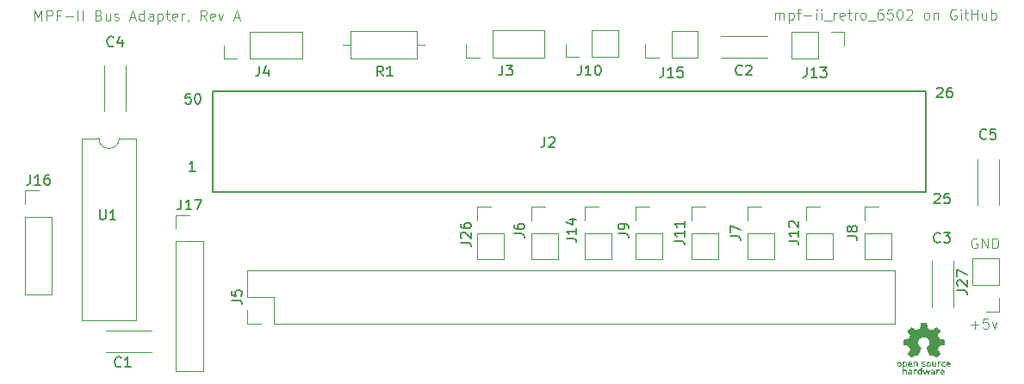
<source format=gto>
G04 #@! TF.GenerationSoftware,KiCad,Pcbnew,8.0.4*
G04 #@! TF.CreationDate,2024-08-09T20:42:01+03:00*
G04 #@! TF.ProjectId,mpf-ii-bus-adapter,6d70662d-6969-42d6-9275-732d61646170,A*
G04 #@! TF.SameCoordinates,Original*
G04 #@! TF.FileFunction,Legend,Top*
G04 #@! TF.FilePolarity,Positive*
%FSLAX46Y46*%
G04 Gerber Fmt 4.6, Leading zero omitted, Abs format (unit mm)*
G04 Created by KiCad (PCBNEW 8.0.4) date 2024-08-09 20:42:01*
%MOMM*%
%LPD*%
G01*
G04 APERTURE LIST*
G04 Aperture macros list*
%AMRoundRect*
0 Rectangle with rounded corners*
0 $1 Rounding radius*
0 $2 $3 $4 $5 $6 $7 $8 $9 X,Y pos of 4 corners*
0 Add a 4 corners polygon primitive as box body*
4,1,4,$2,$3,$4,$5,$6,$7,$8,$9,$2,$3,0*
0 Add four circle primitives for the rounded corners*
1,1,$1+$1,$2,$3*
1,1,$1+$1,$4,$5*
1,1,$1+$1,$6,$7*
1,1,$1+$1,$8,$9*
0 Add four rect primitives between the rounded corners*
20,1,$1+$1,$2,$3,$4,$5,0*
20,1,$1+$1,$4,$5,$6,$7,0*
20,1,$1+$1,$6,$7,$8,$9,0*
20,1,$1+$1,$8,$9,$2,$3,0*%
G04 Aperture macros list end*
%ADD10C,0.100000*%
%ADD11C,0.150000*%
%ADD12C,0.120000*%
%ADD13C,0.000000*%
%ADD14C,0.152400*%
%ADD15C,0.050000*%
%ADD16R,1.700000X1.700000*%
%ADD17O,1.700000X1.700000*%
%ADD18C,1.600000*%
%ADD19R,1.800000X1.800000*%
%ADD20C,1.800000*%
%ADD21O,1.600000X1.600000*%
%ADD22R,1.600000X1.600000*%
%ADD23RoundRect,0.350000X0.350000X3.206000X-0.350000X3.206000X-0.350000X-3.206000X0.350000X-3.206000X0*%
%ADD24RoundRect,0.235000X0.235000X3.321000X-0.235000X3.321000X-0.235000X-3.321000X0.235000X-3.321000X0*%
%ADD25RoundRect,0.250000X0.250000X3.306000X-0.250000X3.306000X-0.250000X-3.306000X0.250000X-3.306000X0*%
G04 APERTURE END LIST*
D10*
X169403884Y-73272419D02*
X169403884Y-72605752D01*
X169403884Y-72700990D02*
X169451503Y-72653371D01*
X169451503Y-72653371D02*
X169546741Y-72605752D01*
X169546741Y-72605752D02*
X169689598Y-72605752D01*
X169689598Y-72605752D02*
X169784836Y-72653371D01*
X169784836Y-72653371D02*
X169832455Y-72748609D01*
X169832455Y-72748609D02*
X169832455Y-73272419D01*
X169832455Y-72748609D02*
X169880074Y-72653371D01*
X169880074Y-72653371D02*
X169975312Y-72605752D01*
X169975312Y-72605752D02*
X170118169Y-72605752D01*
X170118169Y-72605752D02*
X170213408Y-72653371D01*
X170213408Y-72653371D02*
X170261027Y-72748609D01*
X170261027Y-72748609D02*
X170261027Y-73272419D01*
X170737217Y-72605752D02*
X170737217Y-73605752D01*
X170737217Y-72653371D02*
X170832455Y-72605752D01*
X170832455Y-72605752D02*
X171022931Y-72605752D01*
X171022931Y-72605752D02*
X171118169Y-72653371D01*
X171118169Y-72653371D02*
X171165788Y-72700990D01*
X171165788Y-72700990D02*
X171213407Y-72796228D01*
X171213407Y-72796228D02*
X171213407Y-73081942D01*
X171213407Y-73081942D02*
X171165788Y-73177180D01*
X171165788Y-73177180D02*
X171118169Y-73224800D01*
X171118169Y-73224800D02*
X171022931Y-73272419D01*
X171022931Y-73272419D02*
X170832455Y-73272419D01*
X170832455Y-73272419D02*
X170737217Y-73224800D01*
X171499122Y-72605752D02*
X171880074Y-72605752D01*
X171641979Y-73272419D02*
X171641979Y-72415276D01*
X171641979Y-72415276D02*
X171689598Y-72320038D01*
X171689598Y-72320038D02*
X171784836Y-72272419D01*
X171784836Y-72272419D02*
X171880074Y-72272419D01*
X172213408Y-72891466D02*
X172975313Y-72891466D01*
X173451503Y-73272419D02*
X173451503Y-72605752D01*
X173451503Y-72272419D02*
X173403884Y-72320038D01*
X173403884Y-72320038D02*
X173451503Y-72367657D01*
X173451503Y-72367657D02*
X173499122Y-72320038D01*
X173499122Y-72320038D02*
X173451503Y-72272419D01*
X173451503Y-72272419D02*
X173451503Y-72367657D01*
X173927693Y-73272419D02*
X173927693Y-72605752D01*
X173927693Y-72272419D02*
X173880074Y-72320038D01*
X173880074Y-72320038D02*
X173927693Y-72367657D01*
X173927693Y-72367657D02*
X173975312Y-72320038D01*
X173975312Y-72320038D02*
X173927693Y-72272419D01*
X173927693Y-72272419D02*
X173927693Y-72367657D01*
X174165788Y-73367657D02*
X174927692Y-73367657D01*
X175165788Y-73272419D02*
X175165788Y-72605752D01*
X175165788Y-72796228D02*
X175213407Y-72700990D01*
X175213407Y-72700990D02*
X175261026Y-72653371D01*
X175261026Y-72653371D02*
X175356264Y-72605752D01*
X175356264Y-72605752D02*
X175451502Y-72605752D01*
X176165788Y-73224800D02*
X176070550Y-73272419D01*
X176070550Y-73272419D02*
X175880074Y-73272419D01*
X175880074Y-73272419D02*
X175784836Y-73224800D01*
X175784836Y-73224800D02*
X175737217Y-73129561D01*
X175737217Y-73129561D02*
X175737217Y-72748609D01*
X175737217Y-72748609D02*
X175784836Y-72653371D01*
X175784836Y-72653371D02*
X175880074Y-72605752D01*
X175880074Y-72605752D02*
X176070550Y-72605752D01*
X176070550Y-72605752D02*
X176165788Y-72653371D01*
X176165788Y-72653371D02*
X176213407Y-72748609D01*
X176213407Y-72748609D02*
X176213407Y-72843847D01*
X176213407Y-72843847D02*
X175737217Y-72939085D01*
X176499122Y-72605752D02*
X176880074Y-72605752D01*
X176641979Y-72272419D02*
X176641979Y-73129561D01*
X176641979Y-73129561D02*
X176689598Y-73224800D01*
X176689598Y-73224800D02*
X176784836Y-73272419D01*
X176784836Y-73272419D02*
X176880074Y-73272419D01*
X177213408Y-73272419D02*
X177213408Y-72605752D01*
X177213408Y-72796228D02*
X177261027Y-72700990D01*
X177261027Y-72700990D02*
X177308646Y-72653371D01*
X177308646Y-72653371D02*
X177403884Y-72605752D01*
X177403884Y-72605752D02*
X177499122Y-72605752D01*
X177975313Y-73272419D02*
X177880075Y-73224800D01*
X177880075Y-73224800D02*
X177832456Y-73177180D01*
X177832456Y-73177180D02*
X177784837Y-73081942D01*
X177784837Y-73081942D02*
X177784837Y-72796228D01*
X177784837Y-72796228D02*
X177832456Y-72700990D01*
X177832456Y-72700990D02*
X177880075Y-72653371D01*
X177880075Y-72653371D02*
X177975313Y-72605752D01*
X177975313Y-72605752D02*
X178118170Y-72605752D01*
X178118170Y-72605752D02*
X178213408Y-72653371D01*
X178213408Y-72653371D02*
X178261027Y-72700990D01*
X178261027Y-72700990D02*
X178308646Y-72796228D01*
X178308646Y-72796228D02*
X178308646Y-73081942D01*
X178308646Y-73081942D02*
X178261027Y-73177180D01*
X178261027Y-73177180D02*
X178213408Y-73224800D01*
X178213408Y-73224800D02*
X178118170Y-73272419D01*
X178118170Y-73272419D02*
X177975313Y-73272419D01*
X178499123Y-73367657D02*
X179261027Y-73367657D01*
X179927694Y-72272419D02*
X179737218Y-72272419D01*
X179737218Y-72272419D02*
X179641980Y-72320038D01*
X179641980Y-72320038D02*
X179594361Y-72367657D01*
X179594361Y-72367657D02*
X179499123Y-72510514D01*
X179499123Y-72510514D02*
X179451504Y-72700990D01*
X179451504Y-72700990D02*
X179451504Y-73081942D01*
X179451504Y-73081942D02*
X179499123Y-73177180D01*
X179499123Y-73177180D02*
X179546742Y-73224800D01*
X179546742Y-73224800D02*
X179641980Y-73272419D01*
X179641980Y-73272419D02*
X179832456Y-73272419D01*
X179832456Y-73272419D02*
X179927694Y-73224800D01*
X179927694Y-73224800D02*
X179975313Y-73177180D01*
X179975313Y-73177180D02*
X180022932Y-73081942D01*
X180022932Y-73081942D02*
X180022932Y-72843847D01*
X180022932Y-72843847D02*
X179975313Y-72748609D01*
X179975313Y-72748609D02*
X179927694Y-72700990D01*
X179927694Y-72700990D02*
X179832456Y-72653371D01*
X179832456Y-72653371D02*
X179641980Y-72653371D01*
X179641980Y-72653371D02*
X179546742Y-72700990D01*
X179546742Y-72700990D02*
X179499123Y-72748609D01*
X179499123Y-72748609D02*
X179451504Y-72843847D01*
X180927694Y-72272419D02*
X180451504Y-72272419D01*
X180451504Y-72272419D02*
X180403885Y-72748609D01*
X180403885Y-72748609D02*
X180451504Y-72700990D01*
X180451504Y-72700990D02*
X180546742Y-72653371D01*
X180546742Y-72653371D02*
X180784837Y-72653371D01*
X180784837Y-72653371D02*
X180880075Y-72700990D01*
X180880075Y-72700990D02*
X180927694Y-72748609D01*
X180927694Y-72748609D02*
X180975313Y-72843847D01*
X180975313Y-72843847D02*
X180975313Y-73081942D01*
X180975313Y-73081942D02*
X180927694Y-73177180D01*
X180927694Y-73177180D02*
X180880075Y-73224800D01*
X180880075Y-73224800D02*
X180784837Y-73272419D01*
X180784837Y-73272419D02*
X180546742Y-73272419D01*
X180546742Y-73272419D02*
X180451504Y-73224800D01*
X180451504Y-73224800D02*
X180403885Y-73177180D01*
X181594361Y-72272419D02*
X181689599Y-72272419D01*
X181689599Y-72272419D02*
X181784837Y-72320038D01*
X181784837Y-72320038D02*
X181832456Y-72367657D01*
X181832456Y-72367657D02*
X181880075Y-72462895D01*
X181880075Y-72462895D02*
X181927694Y-72653371D01*
X181927694Y-72653371D02*
X181927694Y-72891466D01*
X181927694Y-72891466D02*
X181880075Y-73081942D01*
X181880075Y-73081942D02*
X181832456Y-73177180D01*
X181832456Y-73177180D02*
X181784837Y-73224800D01*
X181784837Y-73224800D02*
X181689599Y-73272419D01*
X181689599Y-73272419D02*
X181594361Y-73272419D01*
X181594361Y-73272419D02*
X181499123Y-73224800D01*
X181499123Y-73224800D02*
X181451504Y-73177180D01*
X181451504Y-73177180D02*
X181403885Y-73081942D01*
X181403885Y-73081942D02*
X181356266Y-72891466D01*
X181356266Y-72891466D02*
X181356266Y-72653371D01*
X181356266Y-72653371D02*
X181403885Y-72462895D01*
X181403885Y-72462895D02*
X181451504Y-72367657D01*
X181451504Y-72367657D02*
X181499123Y-72320038D01*
X181499123Y-72320038D02*
X181594361Y-72272419D01*
X182308647Y-72367657D02*
X182356266Y-72320038D01*
X182356266Y-72320038D02*
X182451504Y-72272419D01*
X182451504Y-72272419D02*
X182689599Y-72272419D01*
X182689599Y-72272419D02*
X182784837Y-72320038D01*
X182784837Y-72320038D02*
X182832456Y-72367657D01*
X182832456Y-72367657D02*
X182880075Y-72462895D01*
X182880075Y-72462895D02*
X182880075Y-72558133D01*
X182880075Y-72558133D02*
X182832456Y-72700990D01*
X182832456Y-72700990D02*
X182261028Y-73272419D01*
X182261028Y-73272419D02*
X182880075Y-73272419D01*
X184213409Y-73272419D02*
X184118171Y-73224800D01*
X184118171Y-73224800D02*
X184070552Y-73177180D01*
X184070552Y-73177180D02*
X184022933Y-73081942D01*
X184022933Y-73081942D02*
X184022933Y-72796228D01*
X184022933Y-72796228D02*
X184070552Y-72700990D01*
X184070552Y-72700990D02*
X184118171Y-72653371D01*
X184118171Y-72653371D02*
X184213409Y-72605752D01*
X184213409Y-72605752D02*
X184356266Y-72605752D01*
X184356266Y-72605752D02*
X184451504Y-72653371D01*
X184451504Y-72653371D02*
X184499123Y-72700990D01*
X184499123Y-72700990D02*
X184546742Y-72796228D01*
X184546742Y-72796228D02*
X184546742Y-73081942D01*
X184546742Y-73081942D02*
X184499123Y-73177180D01*
X184499123Y-73177180D02*
X184451504Y-73224800D01*
X184451504Y-73224800D02*
X184356266Y-73272419D01*
X184356266Y-73272419D02*
X184213409Y-73272419D01*
X184975314Y-72605752D02*
X184975314Y-73272419D01*
X184975314Y-72700990D02*
X185022933Y-72653371D01*
X185022933Y-72653371D02*
X185118171Y-72605752D01*
X185118171Y-72605752D02*
X185261028Y-72605752D01*
X185261028Y-72605752D02*
X185356266Y-72653371D01*
X185356266Y-72653371D02*
X185403885Y-72748609D01*
X185403885Y-72748609D02*
X185403885Y-73272419D01*
X187165790Y-72320038D02*
X187070552Y-72272419D01*
X187070552Y-72272419D02*
X186927695Y-72272419D01*
X186927695Y-72272419D02*
X186784838Y-72320038D01*
X186784838Y-72320038D02*
X186689600Y-72415276D01*
X186689600Y-72415276D02*
X186641981Y-72510514D01*
X186641981Y-72510514D02*
X186594362Y-72700990D01*
X186594362Y-72700990D02*
X186594362Y-72843847D01*
X186594362Y-72843847D02*
X186641981Y-73034323D01*
X186641981Y-73034323D02*
X186689600Y-73129561D01*
X186689600Y-73129561D02*
X186784838Y-73224800D01*
X186784838Y-73224800D02*
X186927695Y-73272419D01*
X186927695Y-73272419D02*
X187022933Y-73272419D01*
X187022933Y-73272419D02*
X187165790Y-73224800D01*
X187165790Y-73224800D02*
X187213409Y-73177180D01*
X187213409Y-73177180D02*
X187213409Y-72843847D01*
X187213409Y-72843847D02*
X187022933Y-72843847D01*
X187641981Y-73272419D02*
X187641981Y-72605752D01*
X187641981Y-72272419D02*
X187594362Y-72320038D01*
X187594362Y-72320038D02*
X187641981Y-72367657D01*
X187641981Y-72367657D02*
X187689600Y-72320038D01*
X187689600Y-72320038D02*
X187641981Y-72272419D01*
X187641981Y-72272419D02*
X187641981Y-72367657D01*
X187975314Y-72605752D02*
X188356266Y-72605752D01*
X188118171Y-72272419D02*
X188118171Y-73129561D01*
X188118171Y-73129561D02*
X188165790Y-73224800D01*
X188165790Y-73224800D02*
X188261028Y-73272419D01*
X188261028Y-73272419D02*
X188356266Y-73272419D01*
X188689600Y-73272419D02*
X188689600Y-72272419D01*
X188689600Y-72748609D02*
X189261028Y-72748609D01*
X189261028Y-73272419D02*
X189261028Y-72272419D01*
X190165790Y-72605752D02*
X190165790Y-73272419D01*
X189737219Y-72605752D02*
X189737219Y-73129561D01*
X189737219Y-73129561D02*
X189784838Y-73224800D01*
X189784838Y-73224800D02*
X189880076Y-73272419D01*
X189880076Y-73272419D02*
X190022933Y-73272419D01*
X190022933Y-73272419D02*
X190118171Y-73224800D01*
X190118171Y-73224800D02*
X190165790Y-73177180D01*
X190641981Y-73272419D02*
X190641981Y-72272419D01*
X190641981Y-72653371D02*
X190737219Y-72605752D01*
X190737219Y-72605752D02*
X190927695Y-72605752D01*
X190927695Y-72605752D02*
X191022933Y-72653371D01*
X191022933Y-72653371D02*
X191070552Y-72700990D01*
X191070552Y-72700990D02*
X191118171Y-72796228D01*
X191118171Y-72796228D02*
X191118171Y-73081942D01*
X191118171Y-73081942D02*
X191070552Y-73177180D01*
X191070552Y-73177180D02*
X191022933Y-73224800D01*
X191022933Y-73224800D02*
X190927695Y-73272419D01*
X190927695Y-73272419D02*
X190737219Y-73272419D01*
X190737219Y-73272419D02*
X190641981Y-73224800D01*
X188603884Y-103291466D02*
X189365789Y-103291466D01*
X188984836Y-103672419D02*
X188984836Y-102910514D01*
X190318169Y-102672419D02*
X189841979Y-102672419D01*
X189841979Y-102672419D02*
X189794360Y-103148609D01*
X189794360Y-103148609D02*
X189841979Y-103100990D01*
X189841979Y-103100990D02*
X189937217Y-103053371D01*
X189937217Y-103053371D02*
X190175312Y-103053371D01*
X190175312Y-103053371D02*
X190270550Y-103100990D01*
X190270550Y-103100990D02*
X190318169Y-103148609D01*
X190318169Y-103148609D02*
X190365788Y-103243847D01*
X190365788Y-103243847D02*
X190365788Y-103481942D01*
X190365788Y-103481942D02*
X190318169Y-103577180D01*
X190318169Y-103577180D02*
X190270550Y-103624800D01*
X190270550Y-103624800D02*
X190175312Y-103672419D01*
X190175312Y-103672419D02*
X189937217Y-103672419D01*
X189937217Y-103672419D02*
X189841979Y-103624800D01*
X189841979Y-103624800D02*
X189794360Y-103577180D01*
X190699122Y-103005752D02*
X190937217Y-103672419D01*
X190937217Y-103672419D02*
X191175312Y-103005752D01*
X96603884Y-73372419D02*
X96603884Y-72372419D01*
X96603884Y-72372419D02*
X96937217Y-73086704D01*
X96937217Y-73086704D02*
X97270550Y-72372419D01*
X97270550Y-72372419D02*
X97270550Y-73372419D01*
X97746741Y-73372419D02*
X97746741Y-72372419D01*
X97746741Y-72372419D02*
X98127693Y-72372419D01*
X98127693Y-72372419D02*
X98222931Y-72420038D01*
X98222931Y-72420038D02*
X98270550Y-72467657D01*
X98270550Y-72467657D02*
X98318169Y-72562895D01*
X98318169Y-72562895D02*
X98318169Y-72705752D01*
X98318169Y-72705752D02*
X98270550Y-72800990D01*
X98270550Y-72800990D02*
X98222931Y-72848609D01*
X98222931Y-72848609D02*
X98127693Y-72896228D01*
X98127693Y-72896228D02*
X97746741Y-72896228D01*
X99080074Y-72848609D02*
X98746741Y-72848609D01*
X98746741Y-73372419D02*
X98746741Y-72372419D01*
X98746741Y-72372419D02*
X99222931Y-72372419D01*
X99603884Y-72991466D02*
X100365789Y-72991466D01*
X100841979Y-73372419D02*
X100841979Y-72372419D01*
X101318169Y-73372419D02*
X101318169Y-72372419D01*
X102889597Y-72848609D02*
X103032454Y-72896228D01*
X103032454Y-72896228D02*
X103080073Y-72943847D01*
X103080073Y-72943847D02*
X103127692Y-73039085D01*
X103127692Y-73039085D02*
X103127692Y-73181942D01*
X103127692Y-73181942D02*
X103080073Y-73277180D01*
X103080073Y-73277180D02*
X103032454Y-73324800D01*
X103032454Y-73324800D02*
X102937216Y-73372419D01*
X102937216Y-73372419D02*
X102556264Y-73372419D01*
X102556264Y-73372419D02*
X102556264Y-72372419D01*
X102556264Y-72372419D02*
X102889597Y-72372419D01*
X102889597Y-72372419D02*
X102984835Y-72420038D01*
X102984835Y-72420038D02*
X103032454Y-72467657D01*
X103032454Y-72467657D02*
X103080073Y-72562895D01*
X103080073Y-72562895D02*
X103080073Y-72658133D01*
X103080073Y-72658133D02*
X103032454Y-72753371D01*
X103032454Y-72753371D02*
X102984835Y-72800990D01*
X102984835Y-72800990D02*
X102889597Y-72848609D01*
X102889597Y-72848609D02*
X102556264Y-72848609D01*
X103984835Y-72705752D02*
X103984835Y-73372419D01*
X103556264Y-72705752D02*
X103556264Y-73229561D01*
X103556264Y-73229561D02*
X103603883Y-73324800D01*
X103603883Y-73324800D02*
X103699121Y-73372419D01*
X103699121Y-73372419D02*
X103841978Y-73372419D01*
X103841978Y-73372419D02*
X103937216Y-73324800D01*
X103937216Y-73324800D02*
X103984835Y-73277180D01*
X104413407Y-73324800D02*
X104508645Y-73372419D01*
X104508645Y-73372419D02*
X104699121Y-73372419D01*
X104699121Y-73372419D02*
X104794359Y-73324800D01*
X104794359Y-73324800D02*
X104841978Y-73229561D01*
X104841978Y-73229561D02*
X104841978Y-73181942D01*
X104841978Y-73181942D02*
X104794359Y-73086704D01*
X104794359Y-73086704D02*
X104699121Y-73039085D01*
X104699121Y-73039085D02*
X104556264Y-73039085D01*
X104556264Y-73039085D02*
X104461026Y-72991466D01*
X104461026Y-72991466D02*
X104413407Y-72896228D01*
X104413407Y-72896228D02*
X104413407Y-72848609D01*
X104413407Y-72848609D02*
X104461026Y-72753371D01*
X104461026Y-72753371D02*
X104556264Y-72705752D01*
X104556264Y-72705752D02*
X104699121Y-72705752D01*
X104699121Y-72705752D02*
X104794359Y-72753371D01*
X105984836Y-73086704D02*
X106461026Y-73086704D01*
X105889598Y-73372419D02*
X106222931Y-72372419D01*
X106222931Y-72372419D02*
X106556264Y-73372419D01*
X107318169Y-73372419D02*
X107318169Y-72372419D01*
X107318169Y-73324800D02*
X107222931Y-73372419D01*
X107222931Y-73372419D02*
X107032455Y-73372419D01*
X107032455Y-73372419D02*
X106937217Y-73324800D01*
X106937217Y-73324800D02*
X106889598Y-73277180D01*
X106889598Y-73277180D02*
X106841979Y-73181942D01*
X106841979Y-73181942D02*
X106841979Y-72896228D01*
X106841979Y-72896228D02*
X106889598Y-72800990D01*
X106889598Y-72800990D02*
X106937217Y-72753371D01*
X106937217Y-72753371D02*
X107032455Y-72705752D01*
X107032455Y-72705752D02*
X107222931Y-72705752D01*
X107222931Y-72705752D02*
X107318169Y-72753371D01*
X108222931Y-73372419D02*
X108222931Y-72848609D01*
X108222931Y-72848609D02*
X108175312Y-72753371D01*
X108175312Y-72753371D02*
X108080074Y-72705752D01*
X108080074Y-72705752D02*
X107889598Y-72705752D01*
X107889598Y-72705752D02*
X107794360Y-72753371D01*
X108222931Y-73324800D02*
X108127693Y-73372419D01*
X108127693Y-73372419D02*
X107889598Y-73372419D01*
X107889598Y-73372419D02*
X107794360Y-73324800D01*
X107794360Y-73324800D02*
X107746741Y-73229561D01*
X107746741Y-73229561D02*
X107746741Y-73134323D01*
X107746741Y-73134323D02*
X107794360Y-73039085D01*
X107794360Y-73039085D02*
X107889598Y-72991466D01*
X107889598Y-72991466D02*
X108127693Y-72991466D01*
X108127693Y-72991466D02*
X108222931Y-72943847D01*
X108699122Y-72705752D02*
X108699122Y-73705752D01*
X108699122Y-72753371D02*
X108794360Y-72705752D01*
X108794360Y-72705752D02*
X108984836Y-72705752D01*
X108984836Y-72705752D02*
X109080074Y-72753371D01*
X109080074Y-72753371D02*
X109127693Y-72800990D01*
X109127693Y-72800990D02*
X109175312Y-72896228D01*
X109175312Y-72896228D02*
X109175312Y-73181942D01*
X109175312Y-73181942D02*
X109127693Y-73277180D01*
X109127693Y-73277180D02*
X109080074Y-73324800D01*
X109080074Y-73324800D02*
X108984836Y-73372419D01*
X108984836Y-73372419D02*
X108794360Y-73372419D01*
X108794360Y-73372419D02*
X108699122Y-73324800D01*
X109461027Y-72705752D02*
X109841979Y-72705752D01*
X109603884Y-72372419D02*
X109603884Y-73229561D01*
X109603884Y-73229561D02*
X109651503Y-73324800D01*
X109651503Y-73324800D02*
X109746741Y-73372419D01*
X109746741Y-73372419D02*
X109841979Y-73372419D01*
X110556265Y-73324800D02*
X110461027Y-73372419D01*
X110461027Y-73372419D02*
X110270551Y-73372419D01*
X110270551Y-73372419D02*
X110175313Y-73324800D01*
X110175313Y-73324800D02*
X110127694Y-73229561D01*
X110127694Y-73229561D02*
X110127694Y-72848609D01*
X110127694Y-72848609D02*
X110175313Y-72753371D01*
X110175313Y-72753371D02*
X110270551Y-72705752D01*
X110270551Y-72705752D02*
X110461027Y-72705752D01*
X110461027Y-72705752D02*
X110556265Y-72753371D01*
X110556265Y-72753371D02*
X110603884Y-72848609D01*
X110603884Y-72848609D02*
X110603884Y-72943847D01*
X110603884Y-72943847D02*
X110127694Y-73039085D01*
X111032456Y-73372419D02*
X111032456Y-72705752D01*
X111032456Y-72896228D02*
X111080075Y-72800990D01*
X111080075Y-72800990D02*
X111127694Y-72753371D01*
X111127694Y-72753371D02*
X111222932Y-72705752D01*
X111222932Y-72705752D02*
X111318170Y-72705752D01*
X111699123Y-73324800D02*
X111699123Y-73372419D01*
X111699123Y-73372419D02*
X111651504Y-73467657D01*
X111651504Y-73467657D02*
X111603885Y-73515276D01*
X113461027Y-73372419D02*
X113127694Y-72896228D01*
X112889599Y-73372419D02*
X112889599Y-72372419D01*
X112889599Y-72372419D02*
X113270551Y-72372419D01*
X113270551Y-72372419D02*
X113365789Y-72420038D01*
X113365789Y-72420038D02*
X113413408Y-72467657D01*
X113413408Y-72467657D02*
X113461027Y-72562895D01*
X113461027Y-72562895D02*
X113461027Y-72705752D01*
X113461027Y-72705752D02*
X113413408Y-72800990D01*
X113413408Y-72800990D02*
X113365789Y-72848609D01*
X113365789Y-72848609D02*
X113270551Y-72896228D01*
X113270551Y-72896228D02*
X112889599Y-72896228D01*
X114270551Y-73324800D02*
X114175313Y-73372419D01*
X114175313Y-73372419D02*
X113984837Y-73372419D01*
X113984837Y-73372419D02*
X113889599Y-73324800D01*
X113889599Y-73324800D02*
X113841980Y-73229561D01*
X113841980Y-73229561D02*
X113841980Y-72848609D01*
X113841980Y-72848609D02*
X113889599Y-72753371D01*
X113889599Y-72753371D02*
X113984837Y-72705752D01*
X113984837Y-72705752D02*
X114175313Y-72705752D01*
X114175313Y-72705752D02*
X114270551Y-72753371D01*
X114270551Y-72753371D02*
X114318170Y-72848609D01*
X114318170Y-72848609D02*
X114318170Y-72943847D01*
X114318170Y-72943847D02*
X113841980Y-73039085D01*
X114651504Y-72705752D02*
X114889599Y-73372419D01*
X114889599Y-73372419D02*
X115127694Y-72705752D01*
X116222933Y-73086704D02*
X116699123Y-73086704D01*
X116127695Y-73372419D02*
X116461028Y-72372419D01*
X116461028Y-72372419D02*
X116794361Y-73372419D01*
X189227693Y-94820038D02*
X189132455Y-94772419D01*
X189132455Y-94772419D02*
X188989598Y-94772419D01*
X188989598Y-94772419D02*
X188846741Y-94820038D01*
X188846741Y-94820038D02*
X188751503Y-94915276D01*
X188751503Y-94915276D02*
X188703884Y-95010514D01*
X188703884Y-95010514D02*
X188656265Y-95200990D01*
X188656265Y-95200990D02*
X188656265Y-95343847D01*
X188656265Y-95343847D02*
X188703884Y-95534323D01*
X188703884Y-95534323D02*
X188751503Y-95629561D01*
X188751503Y-95629561D02*
X188846741Y-95724800D01*
X188846741Y-95724800D02*
X188989598Y-95772419D01*
X188989598Y-95772419D02*
X189084836Y-95772419D01*
X189084836Y-95772419D02*
X189227693Y-95724800D01*
X189227693Y-95724800D02*
X189275312Y-95677180D01*
X189275312Y-95677180D02*
X189275312Y-95343847D01*
X189275312Y-95343847D02*
X189084836Y-95343847D01*
X189703884Y-95772419D02*
X189703884Y-94772419D01*
X189703884Y-94772419D02*
X190275312Y-95772419D01*
X190275312Y-95772419D02*
X190275312Y-94772419D01*
X190751503Y-95772419D02*
X190751503Y-94772419D01*
X190751503Y-94772419D02*
X190989598Y-94772419D01*
X190989598Y-94772419D02*
X191132455Y-94820038D01*
X191132455Y-94820038D02*
X191227693Y-94915276D01*
X191227693Y-94915276D02*
X191275312Y-95010514D01*
X191275312Y-95010514D02*
X191322931Y-95200990D01*
X191322931Y-95200990D02*
X191322931Y-95343847D01*
X191322931Y-95343847D02*
X191275312Y-95534323D01*
X191275312Y-95534323D02*
X191227693Y-95629561D01*
X191227693Y-95629561D02*
X191132455Y-95724800D01*
X191132455Y-95724800D02*
X190989598Y-95772419D01*
X190989598Y-95772419D02*
X190751503Y-95772419D01*
D11*
X118666666Y-77854819D02*
X118666666Y-78569104D01*
X118666666Y-78569104D02*
X118619047Y-78711961D01*
X118619047Y-78711961D02*
X118523809Y-78807200D01*
X118523809Y-78807200D02*
X118380952Y-78854819D01*
X118380952Y-78854819D02*
X118285714Y-78854819D01*
X119571428Y-78188152D02*
X119571428Y-78854819D01*
X119333333Y-77807200D02*
X119095238Y-78521485D01*
X119095238Y-78521485D02*
X119714285Y-78521485D01*
X150290476Y-77754819D02*
X150290476Y-78469104D01*
X150290476Y-78469104D02*
X150242857Y-78611961D01*
X150242857Y-78611961D02*
X150147619Y-78707200D01*
X150147619Y-78707200D02*
X150004762Y-78754819D01*
X150004762Y-78754819D02*
X149909524Y-78754819D01*
X151290476Y-78754819D02*
X150719048Y-78754819D01*
X151004762Y-78754819D02*
X151004762Y-77754819D01*
X151004762Y-77754819D02*
X150909524Y-77897676D01*
X150909524Y-77897676D02*
X150814286Y-77992914D01*
X150814286Y-77992914D02*
X150719048Y-78040533D01*
X151909524Y-77754819D02*
X152004762Y-77754819D01*
X152004762Y-77754819D02*
X152100000Y-77802438D01*
X152100000Y-77802438D02*
X152147619Y-77850057D01*
X152147619Y-77850057D02*
X152195238Y-77945295D01*
X152195238Y-77945295D02*
X152242857Y-78135771D01*
X152242857Y-78135771D02*
X152242857Y-78373866D01*
X152242857Y-78373866D02*
X152195238Y-78564342D01*
X152195238Y-78564342D02*
X152147619Y-78659580D01*
X152147619Y-78659580D02*
X152100000Y-78707200D01*
X152100000Y-78707200D02*
X152004762Y-78754819D01*
X152004762Y-78754819D02*
X151909524Y-78754819D01*
X151909524Y-78754819D02*
X151814286Y-78707200D01*
X151814286Y-78707200D02*
X151766667Y-78659580D01*
X151766667Y-78659580D02*
X151719048Y-78564342D01*
X151719048Y-78564342D02*
X151671429Y-78373866D01*
X151671429Y-78373866D02*
X151671429Y-78135771D01*
X151671429Y-78135771D02*
X151719048Y-77945295D01*
X151719048Y-77945295D02*
X151766667Y-77850057D01*
X151766667Y-77850057D02*
X151814286Y-77802438D01*
X151814286Y-77802438D02*
X151909524Y-77754819D01*
X185603333Y-95124580D02*
X185555714Y-95172200D01*
X185555714Y-95172200D02*
X185412857Y-95219819D01*
X185412857Y-95219819D02*
X185317619Y-95219819D01*
X185317619Y-95219819D02*
X185174762Y-95172200D01*
X185174762Y-95172200D02*
X185079524Y-95076961D01*
X185079524Y-95076961D02*
X185031905Y-94981723D01*
X185031905Y-94981723D02*
X184984286Y-94791247D01*
X184984286Y-94791247D02*
X184984286Y-94648390D01*
X184984286Y-94648390D02*
X185031905Y-94457914D01*
X185031905Y-94457914D02*
X185079524Y-94362676D01*
X185079524Y-94362676D02*
X185174762Y-94267438D01*
X185174762Y-94267438D02*
X185317619Y-94219819D01*
X185317619Y-94219819D02*
X185412857Y-94219819D01*
X185412857Y-94219819D02*
X185555714Y-94267438D01*
X185555714Y-94267438D02*
X185603333Y-94315057D01*
X185936667Y-94219819D02*
X186555714Y-94219819D01*
X186555714Y-94219819D02*
X186222381Y-94600771D01*
X186222381Y-94600771D02*
X186365238Y-94600771D01*
X186365238Y-94600771D02*
X186460476Y-94648390D01*
X186460476Y-94648390D02*
X186508095Y-94696009D01*
X186508095Y-94696009D02*
X186555714Y-94791247D01*
X186555714Y-94791247D02*
X186555714Y-95029342D01*
X186555714Y-95029342D02*
X186508095Y-95124580D01*
X186508095Y-95124580D02*
X186460476Y-95172200D01*
X186460476Y-95172200D02*
X186365238Y-95219819D01*
X186365238Y-95219819D02*
X186079524Y-95219819D01*
X186079524Y-95219819D02*
X185984286Y-95172200D01*
X185984286Y-95172200D02*
X185936667Y-95124580D01*
X166133333Y-78659580D02*
X166085714Y-78707200D01*
X166085714Y-78707200D02*
X165942857Y-78754819D01*
X165942857Y-78754819D02*
X165847619Y-78754819D01*
X165847619Y-78754819D02*
X165704762Y-78707200D01*
X165704762Y-78707200D02*
X165609524Y-78611961D01*
X165609524Y-78611961D02*
X165561905Y-78516723D01*
X165561905Y-78516723D02*
X165514286Y-78326247D01*
X165514286Y-78326247D02*
X165514286Y-78183390D01*
X165514286Y-78183390D02*
X165561905Y-77992914D01*
X165561905Y-77992914D02*
X165609524Y-77897676D01*
X165609524Y-77897676D02*
X165704762Y-77802438D01*
X165704762Y-77802438D02*
X165847619Y-77754819D01*
X165847619Y-77754819D02*
X165942857Y-77754819D01*
X165942857Y-77754819D02*
X166085714Y-77802438D01*
X166085714Y-77802438D02*
X166133333Y-77850057D01*
X166514286Y-77850057D02*
X166561905Y-77802438D01*
X166561905Y-77802438D02*
X166657143Y-77754819D01*
X166657143Y-77754819D02*
X166895238Y-77754819D01*
X166895238Y-77754819D02*
X166990476Y-77802438D01*
X166990476Y-77802438D02*
X167038095Y-77850057D01*
X167038095Y-77850057D02*
X167085714Y-77945295D01*
X167085714Y-77945295D02*
X167085714Y-78040533D01*
X167085714Y-78040533D02*
X167038095Y-78183390D01*
X167038095Y-78183390D02*
X166466667Y-78754819D01*
X166466667Y-78754819D02*
X167085714Y-78754819D01*
X104333333Y-75859580D02*
X104285714Y-75907200D01*
X104285714Y-75907200D02*
X104142857Y-75954819D01*
X104142857Y-75954819D02*
X104047619Y-75954819D01*
X104047619Y-75954819D02*
X103904762Y-75907200D01*
X103904762Y-75907200D02*
X103809524Y-75811961D01*
X103809524Y-75811961D02*
X103761905Y-75716723D01*
X103761905Y-75716723D02*
X103714286Y-75526247D01*
X103714286Y-75526247D02*
X103714286Y-75383390D01*
X103714286Y-75383390D02*
X103761905Y-75192914D01*
X103761905Y-75192914D02*
X103809524Y-75097676D01*
X103809524Y-75097676D02*
X103904762Y-75002438D01*
X103904762Y-75002438D02*
X104047619Y-74954819D01*
X104047619Y-74954819D02*
X104142857Y-74954819D01*
X104142857Y-74954819D02*
X104285714Y-75002438D01*
X104285714Y-75002438D02*
X104333333Y-75050057D01*
X105190476Y-75288152D02*
X105190476Y-75954819D01*
X104952381Y-74907200D02*
X104714286Y-75621485D01*
X104714286Y-75621485D02*
X105333333Y-75621485D01*
X138454819Y-95209523D02*
X139169104Y-95209523D01*
X139169104Y-95209523D02*
X139311961Y-95257142D01*
X139311961Y-95257142D02*
X139407200Y-95352380D01*
X139407200Y-95352380D02*
X139454819Y-95495237D01*
X139454819Y-95495237D02*
X139454819Y-95590475D01*
X138550057Y-94780951D02*
X138502438Y-94733332D01*
X138502438Y-94733332D02*
X138454819Y-94638094D01*
X138454819Y-94638094D02*
X138454819Y-94399999D01*
X138454819Y-94399999D02*
X138502438Y-94304761D01*
X138502438Y-94304761D02*
X138550057Y-94257142D01*
X138550057Y-94257142D02*
X138645295Y-94209523D01*
X138645295Y-94209523D02*
X138740533Y-94209523D01*
X138740533Y-94209523D02*
X138883390Y-94257142D01*
X138883390Y-94257142D02*
X139454819Y-94828570D01*
X139454819Y-94828570D02*
X139454819Y-94209523D01*
X138454819Y-93352380D02*
X138454819Y-93542856D01*
X138454819Y-93542856D02*
X138502438Y-93638094D01*
X138502438Y-93638094D02*
X138550057Y-93685713D01*
X138550057Y-93685713D02*
X138692914Y-93780951D01*
X138692914Y-93780951D02*
X138883390Y-93828570D01*
X138883390Y-93828570D02*
X139264342Y-93828570D01*
X139264342Y-93828570D02*
X139359580Y-93780951D01*
X139359580Y-93780951D02*
X139407200Y-93733332D01*
X139407200Y-93733332D02*
X139454819Y-93638094D01*
X139454819Y-93638094D02*
X139454819Y-93447618D01*
X139454819Y-93447618D02*
X139407200Y-93352380D01*
X139407200Y-93352380D02*
X139359580Y-93304761D01*
X139359580Y-93304761D02*
X139264342Y-93257142D01*
X139264342Y-93257142D02*
X139026247Y-93257142D01*
X139026247Y-93257142D02*
X138931009Y-93304761D01*
X138931009Y-93304761D02*
X138883390Y-93352380D01*
X138883390Y-93352380D02*
X138835771Y-93447618D01*
X138835771Y-93447618D02*
X138835771Y-93638094D01*
X138835771Y-93638094D02*
X138883390Y-93733332D01*
X138883390Y-93733332D02*
X138931009Y-93780951D01*
X138931009Y-93780951D02*
X139026247Y-93828570D01*
X111000476Y-90964819D02*
X111000476Y-91679104D01*
X111000476Y-91679104D02*
X110952857Y-91821961D01*
X110952857Y-91821961D02*
X110857619Y-91917200D01*
X110857619Y-91917200D02*
X110714762Y-91964819D01*
X110714762Y-91964819D02*
X110619524Y-91964819D01*
X112000476Y-91964819D02*
X111429048Y-91964819D01*
X111714762Y-91964819D02*
X111714762Y-90964819D01*
X111714762Y-90964819D02*
X111619524Y-91107676D01*
X111619524Y-91107676D02*
X111524286Y-91202914D01*
X111524286Y-91202914D02*
X111429048Y-91250533D01*
X112333810Y-90964819D02*
X113000476Y-90964819D01*
X113000476Y-90964819D02*
X112571905Y-91964819D01*
X153954819Y-94333333D02*
X154669104Y-94333333D01*
X154669104Y-94333333D02*
X154811961Y-94380952D01*
X154811961Y-94380952D02*
X154907200Y-94476190D01*
X154907200Y-94476190D02*
X154954819Y-94619047D01*
X154954819Y-94619047D02*
X154954819Y-94714285D01*
X154954819Y-93809523D02*
X154954819Y-93619047D01*
X154954819Y-93619047D02*
X154907200Y-93523809D01*
X154907200Y-93523809D02*
X154859580Y-93476190D01*
X154859580Y-93476190D02*
X154716723Y-93380952D01*
X154716723Y-93380952D02*
X154526247Y-93333333D01*
X154526247Y-93333333D02*
X154145295Y-93333333D01*
X154145295Y-93333333D02*
X154050057Y-93380952D01*
X154050057Y-93380952D02*
X154002438Y-93428571D01*
X154002438Y-93428571D02*
X153954819Y-93523809D01*
X153954819Y-93523809D02*
X153954819Y-93714285D01*
X153954819Y-93714285D02*
X154002438Y-93809523D01*
X154002438Y-93809523D02*
X154050057Y-93857142D01*
X154050057Y-93857142D02*
X154145295Y-93904761D01*
X154145295Y-93904761D02*
X154383390Y-93904761D01*
X154383390Y-93904761D02*
X154478628Y-93857142D01*
X154478628Y-93857142D02*
X154526247Y-93809523D01*
X154526247Y-93809523D02*
X154573866Y-93714285D01*
X154573866Y-93714285D02*
X154573866Y-93523809D01*
X154573866Y-93523809D02*
X154526247Y-93428571D01*
X154526247Y-93428571D02*
X154478628Y-93380952D01*
X154478628Y-93380952D02*
X154383390Y-93333333D01*
X159454819Y-95059523D02*
X160169104Y-95059523D01*
X160169104Y-95059523D02*
X160311961Y-95107142D01*
X160311961Y-95107142D02*
X160407200Y-95202380D01*
X160407200Y-95202380D02*
X160454819Y-95345237D01*
X160454819Y-95345237D02*
X160454819Y-95440475D01*
X160454819Y-94059523D02*
X160454819Y-94630951D01*
X160454819Y-94345237D02*
X159454819Y-94345237D01*
X159454819Y-94345237D02*
X159597676Y-94440475D01*
X159597676Y-94440475D02*
X159692914Y-94535713D01*
X159692914Y-94535713D02*
X159740533Y-94630951D01*
X160454819Y-93107142D02*
X160454819Y-93678570D01*
X160454819Y-93392856D02*
X159454819Y-93392856D01*
X159454819Y-93392856D02*
X159597676Y-93488094D01*
X159597676Y-93488094D02*
X159692914Y-93583332D01*
X159692914Y-93583332D02*
X159740533Y-93678570D01*
X158390476Y-77954819D02*
X158390476Y-78669104D01*
X158390476Y-78669104D02*
X158342857Y-78811961D01*
X158342857Y-78811961D02*
X158247619Y-78907200D01*
X158247619Y-78907200D02*
X158104762Y-78954819D01*
X158104762Y-78954819D02*
X158009524Y-78954819D01*
X159390476Y-78954819D02*
X158819048Y-78954819D01*
X159104762Y-78954819D02*
X159104762Y-77954819D01*
X159104762Y-77954819D02*
X159009524Y-78097676D01*
X159009524Y-78097676D02*
X158914286Y-78192914D01*
X158914286Y-78192914D02*
X158819048Y-78240533D01*
X160295238Y-77954819D02*
X159819048Y-77954819D01*
X159819048Y-77954819D02*
X159771429Y-78431009D01*
X159771429Y-78431009D02*
X159819048Y-78383390D01*
X159819048Y-78383390D02*
X159914286Y-78335771D01*
X159914286Y-78335771D02*
X160152381Y-78335771D01*
X160152381Y-78335771D02*
X160247619Y-78383390D01*
X160247619Y-78383390D02*
X160295238Y-78431009D01*
X160295238Y-78431009D02*
X160342857Y-78526247D01*
X160342857Y-78526247D02*
X160342857Y-78764342D01*
X160342857Y-78764342D02*
X160295238Y-78859580D01*
X160295238Y-78859580D02*
X160247619Y-78907200D01*
X160247619Y-78907200D02*
X160152381Y-78954819D01*
X160152381Y-78954819D02*
X159914286Y-78954819D01*
X159914286Y-78954819D02*
X159819048Y-78907200D01*
X159819048Y-78907200D02*
X159771429Y-78859580D01*
X146716666Y-84834819D02*
X146716666Y-85549104D01*
X146716666Y-85549104D02*
X146669047Y-85691961D01*
X146669047Y-85691961D02*
X146573809Y-85787200D01*
X146573809Y-85787200D02*
X146430952Y-85834819D01*
X146430952Y-85834819D02*
X146335714Y-85834819D01*
X147145238Y-84930057D02*
X147192857Y-84882438D01*
X147192857Y-84882438D02*
X147288095Y-84834819D01*
X147288095Y-84834819D02*
X147526190Y-84834819D01*
X147526190Y-84834819D02*
X147621428Y-84882438D01*
X147621428Y-84882438D02*
X147669047Y-84930057D01*
X147669047Y-84930057D02*
X147716666Y-85025295D01*
X147716666Y-85025295D02*
X147716666Y-85120533D01*
X147716666Y-85120533D02*
X147669047Y-85263390D01*
X147669047Y-85263390D02*
X147097619Y-85834819D01*
X147097619Y-85834819D02*
X147716666Y-85834819D01*
X112360588Y-88169819D02*
X111789160Y-88169819D01*
X112074874Y-88169819D02*
X112074874Y-87169819D01*
X112074874Y-87169819D02*
X111979636Y-87312676D01*
X111979636Y-87312676D02*
X111884398Y-87407914D01*
X111884398Y-87407914D02*
X111789160Y-87455533D01*
X185039160Y-90465057D02*
X185086779Y-90417438D01*
X185086779Y-90417438D02*
X185182017Y-90369819D01*
X185182017Y-90369819D02*
X185420112Y-90369819D01*
X185420112Y-90369819D02*
X185515350Y-90417438D01*
X185515350Y-90417438D02*
X185562969Y-90465057D01*
X185562969Y-90465057D02*
X185610588Y-90560295D01*
X185610588Y-90560295D02*
X185610588Y-90655533D01*
X185610588Y-90655533D02*
X185562969Y-90798390D01*
X185562969Y-90798390D02*
X184991541Y-91369819D01*
X184991541Y-91369819D02*
X185610588Y-91369819D01*
X186515350Y-90369819D02*
X186039160Y-90369819D01*
X186039160Y-90369819D02*
X185991541Y-90846009D01*
X185991541Y-90846009D02*
X186039160Y-90798390D01*
X186039160Y-90798390D02*
X186134398Y-90750771D01*
X186134398Y-90750771D02*
X186372493Y-90750771D01*
X186372493Y-90750771D02*
X186467731Y-90798390D01*
X186467731Y-90798390D02*
X186515350Y-90846009D01*
X186515350Y-90846009D02*
X186562969Y-90941247D01*
X186562969Y-90941247D02*
X186562969Y-91179342D01*
X186562969Y-91179342D02*
X186515350Y-91274580D01*
X186515350Y-91274580D02*
X186467731Y-91322200D01*
X186467731Y-91322200D02*
X186372493Y-91369819D01*
X186372493Y-91369819D02*
X186134398Y-91369819D01*
X186134398Y-91369819D02*
X186039160Y-91322200D01*
X186039160Y-91322200D02*
X185991541Y-91274580D01*
X185289160Y-80065057D02*
X185336779Y-80017438D01*
X185336779Y-80017438D02*
X185432017Y-79969819D01*
X185432017Y-79969819D02*
X185670112Y-79969819D01*
X185670112Y-79969819D02*
X185765350Y-80017438D01*
X185765350Y-80017438D02*
X185812969Y-80065057D01*
X185812969Y-80065057D02*
X185860588Y-80160295D01*
X185860588Y-80160295D02*
X185860588Y-80255533D01*
X185860588Y-80255533D02*
X185812969Y-80398390D01*
X185812969Y-80398390D02*
X185241541Y-80969819D01*
X185241541Y-80969819D02*
X185860588Y-80969819D01*
X186717731Y-79969819D02*
X186527255Y-79969819D01*
X186527255Y-79969819D02*
X186432017Y-80017438D01*
X186432017Y-80017438D02*
X186384398Y-80065057D01*
X186384398Y-80065057D02*
X186289160Y-80207914D01*
X186289160Y-80207914D02*
X186241541Y-80398390D01*
X186241541Y-80398390D02*
X186241541Y-80779342D01*
X186241541Y-80779342D02*
X186289160Y-80874580D01*
X186289160Y-80874580D02*
X186336779Y-80922200D01*
X186336779Y-80922200D02*
X186432017Y-80969819D01*
X186432017Y-80969819D02*
X186622493Y-80969819D01*
X186622493Y-80969819D02*
X186717731Y-80922200D01*
X186717731Y-80922200D02*
X186765350Y-80874580D01*
X186765350Y-80874580D02*
X186812969Y-80779342D01*
X186812969Y-80779342D02*
X186812969Y-80541247D01*
X186812969Y-80541247D02*
X186765350Y-80446009D01*
X186765350Y-80446009D02*
X186717731Y-80398390D01*
X186717731Y-80398390D02*
X186622493Y-80350771D01*
X186622493Y-80350771D02*
X186432017Y-80350771D01*
X186432017Y-80350771D02*
X186336779Y-80398390D01*
X186336779Y-80398390D02*
X186289160Y-80446009D01*
X186289160Y-80446009D02*
X186241541Y-80541247D01*
X111912969Y-80569819D02*
X111436779Y-80569819D01*
X111436779Y-80569819D02*
X111389160Y-81046009D01*
X111389160Y-81046009D02*
X111436779Y-80998390D01*
X111436779Y-80998390D02*
X111532017Y-80950771D01*
X111532017Y-80950771D02*
X111770112Y-80950771D01*
X111770112Y-80950771D02*
X111865350Y-80998390D01*
X111865350Y-80998390D02*
X111912969Y-81046009D01*
X111912969Y-81046009D02*
X111960588Y-81141247D01*
X111960588Y-81141247D02*
X111960588Y-81379342D01*
X111960588Y-81379342D02*
X111912969Y-81474580D01*
X111912969Y-81474580D02*
X111865350Y-81522200D01*
X111865350Y-81522200D02*
X111770112Y-81569819D01*
X111770112Y-81569819D02*
X111532017Y-81569819D01*
X111532017Y-81569819D02*
X111436779Y-81522200D01*
X111436779Y-81522200D02*
X111389160Y-81474580D01*
X112579636Y-80569819D02*
X112674874Y-80569819D01*
X112674874Y-80569819D02*
X112770112Y-80617438D01*
X112770112Y-80617438D02*
X112817731Y-80665057D01*
X112817731Y-80665057D02*
X112865350Y-80760295D01*
X112865350Y-80760295D02*
X112912969Y-80950771D01*
X112912969Y-80950771D02*
X112912969Y-81188866D01*
X112912969Y-81188866D02*
X112865350Y-81379342D01*
X112865350Y-81379342D02*
X112817731Y-81474580D01*
X112817731Y-81474580D02*
X112770112Y-81522200D01*
X112770112Y-81522200D02*
X112674874Y-81569819D01*
X112674874Y-81569819D02*
X112579636Y-81569819D01*
X112579636Y-81569819D02*
X112484398Y-81522200D01*
X112484398Y-81522200D02*
X112436779Y-81474580D01*
X112436779Y-81474580D02*
X112389160Y-81379342D01*
X112389160Y-81379342D02*
X112341541Y-81188866D01*
X112341541Y-81188866D02*
X112341541Y-80950771D01*
X112341541Y-80950771D02*
X112389160Y-80760295D01*
X112389160Y-80760295D02*
X112436779Y-80665057D01*
X112436779Y-80665057D02*
X112484398Y-80617438D01*
X112484398Y-80617438D02*
X112579636Y-80569819D01*
X105083333Y-107359580D02*
X105035714Y-107407200D01*
X105035714Y-107407200D02*
X104892857Y-107454819D01*
X104892857Y-107454819D02*
X104797619Y-107454819D01*
X104797619Y-107454819D02*
X104654762Y-107407200D01*
X104654762Y-107407200D02*
X104559524Y-107311961D01*
X104559524Y-107311961D02*
X104511905Y-107216723D01*
X104511905Y-107216723D02*
X104464286Y-107026247D01*
X104464286Y-107026247D02*
X104464286Y-106883390D01*
X104464286Y-106883390D02*
X104511905Y-106692914D01*
X104511905Y-106692914D02*
X104559524Y-106597676D01*
X104559524Y-106597676D02*
X104654762Y-106502438D01*
X104654762Y-106502438D02*
X104797619Y-106454819D01*
X104797619Y-106454819D02*
X104892857Y-106454819D01*
X104892857Y-106454819D02*
X105035714Y-106502438D01*
X105035714Y-106502438D02*
X105083333Y-106550057D01*
X106035714Y-107454819D02*
X105464286Y-107454819D01*
X105750000Y-107454819D02*
X105750000Y-106454819D01*
X105750000Y-106454819D02*
X105654762Y-106597676D01*
X105654762Y-106597676D02*
X105559524Y-106692914D01*
X105559524Y-106692914D02*
X105464286Y-106740533D01*
X115944819Y-100893333D02*
X116659104Y-100893333D01*
X116659104Y-100893333D02*
X116801961Y-100940952D01*
X116801961Y-100940952D02*
X116897200Y-101036190D01*
X116897200Y-101036190D02*
X116944819Y-101179047D01*
X116944819Y-101179047D02*
X116944819Y-101274285D01*
X115944819Y-99940952D02*
X115944819Y-100417142D01*
X115944819Y-100417142D02*
X116421009Y-100464761D01*
X116421009Y-100464761D02*
X116373390Y-100417142D01*
X116373390Y-100417142D02*
X116325771Y-100321904D01*
X116325771Y-100321904D02*
X116325771Y-100083809D01*
X116325771Y-100083809D02*
X116373390Y-99988571D01*
X116373390Y-99988571D02*
X116421009Y-99940952D01*
X116421009Y-99940952D02*
X116516247Y-99893333D01*
X116516247Y-99893333D02*
X116754342Y-99893333D01*
X116754342Y-99893333D02*
X116849580Y-99940952D01*
X116849580Y-99940952D02*
X116897200Y-99988571D01*
X116897200Y-99988571D02*
X116944819Y-100083809D01*
X116944819Y-100083809D02*
X116944819Y-100321904D01*
X116944819Y-100321904D02*
X116897200Y-100417142D01*
X116897200Y-100417142D02*
X116849580Y-100464761D01*
X96160476Y-88524819D02*
X96160476Y-89239104D01*
X96160476Y-89239104D02*
X96112857Y-89381961D01*
X96112857Y-89381961D02*
X96017619Y-89477200D01*
X96017619Y-89477200D02*
X95874762Y-89524819D01*
X95874762Y-89524819D02*
X95779524Y-89524819D01*
X97160476Y-89524819D02*
X96589048Y-89524819D01*
X96874762Y-89524819D02*
X96874762Y-88524819D01*
X96874762Y-88524819D02*
X96779524Y-88667676D01*
X96779524Y-88667676D02*
X96684286Y-88762914D01*
X96684286Y-88762914D02*
X96589048Y-88810533D01*
X98017619Y-88524819D02*
X97827143Y-88524819D01*
X97827143Y-88524819D02*
X97731905Y-88572438D01*
X97731905Y-88572438D02*
X97684286Y-88620057D01*
X97684286Y-88620057D02*
X97589048Y-88762914D01*
X97589048Y-88762914D02*
X97541429Y-88953390D01*
X97541429Y-88953390D02*
X97541429Y-89334342D01*
X97541429Y-89334342D02*
X97589048Y-89429580D01*
X97589048Y-89429580D02*
X97636667Y-89477200D01*
X97636667Y-89477200D02*
X97731905Y-89524819D01*
X97731905Y-89524819D02*
X97922381Y-89524819D01*
X97922381Y-89524819D02*
X98017619Y-89477200D01*
X98017619Y-89477200D02*
X98065238Y-89429580D01*
X98065238Y-89429580D02*
X98112857Y-89334342D01*
X98112857Y-89334342D02*
X98112857Y-89096247D01*
X98112857Y-89096247D02*
X98065238Y-89001009D01*
X98065238Y-89001009D02*
X98017619Y-88953390D01*
X98017619Y-88953390D02*
X97922381Y-88905771D01*
X97922381Y-88905771D02*
X97731905Y-88905771D01*
X97731905Y-88905771D02*
X97636667Y-88953390D01*
X97636667Y-88953390D02*
X97589048Y-89001009D01*
X97589048Y-89001009D02*
X97541429Y-89096247D01*
X142566666Y-77754819D02*
X142566666Y-78469104D01*
X142566666Y-78469104D02*
X142519047Y-78611961D01*
X142519047Y-78611961D02*
X142423809Y-78707200D01*
X142423809Y-78707200D02*
X142280952Y-78754819D01*
X142280952Y-78754819D02*
X142185714Y-78754819D01*
X142947619Y-77754819D02*
X143566666Y-77754819D01*
X143566666Y-77754819D02*
X143233333Y-78135771D01*
X143233333Y-78135771D02*
X143376190Y-78135771D01*
X143376190Y-78135771D02*
X143471428Y-78183390D01*
X143471428Y-78183390D02*
X143519047Y-78231009D01*
X143519047Y-78231009D02*
X143566666Y-78326247D01*
X143566666Y-78326247D02*
X143566666Y-78564342D01*
X143566666Y-78564342D02*
X143519047Y-78659580D01*
X143519047Y-78659580D02*
X143471428Y-78707200D01*
X143471428Y-78707200D02*
X143376190Y-78754819D01*
X143376190Y-78754819D02*
X143090476Y-78754819D01*
X143090476Y-78754819D02*
X142995238Y-78707200D01*
X142995238Y-78707200D02*
X142947619Y-78659580D01*
X148854819Y-94809523D02*
X149569104Y-94809523D01*
X149569104Y-94809523D02*
X149711961Y-94857142D01*
X149711961Y-94857142D02*
X149807200Y-94952380D01*
X149807200Y-94952380D02*
X149854819Y-95095237D01*
X149854819Y-95095237D02*
X149854819Y-95190475D01*
X149854819Y-93809523D02*
X149854819Y-94380951D01*
X149854819Y-94095237D02*
X148854819Y-94095237D01*
X148854819Y-94095237D02*
X148997676Y-94190475D01*
X148997676Y-94190475D02*
X149092914Y-94285713D01*
X149092914Y-94285713D02*
X149140533Y-94380951D01*
X149188152Y-92952380D02*
X149854819Y-92952380D01*
X148807200Y-93190475D02*
X149521485Y-93428570D01*
X149521485Y-93428570D02*
X149521485Y-92809523D01*
X176454819Y-94583333D02*
X177169104Y-94583333D01*
X177169104Y-94583333D02*
X177311961Y-94630952D01*
X177311961Y-94630952D02*
X177407200Y-94726190D01*
X177407200Y-94726190D02*
X177454819Y-94869047D01*
X177454819Y-94869047D02*
X177454819Y-94964285D01*
X176883390Y-93964285D02*
X176835771Y-94059523D01*
X176835771Y-94059523D02*
X176788152Y-94107142D01*
X176788152Y-94107142D02*
X176692914Y-94154761D01*
X176692914Y-94154761D02*
X176645295Y-94154761D01*
X176645295Y-94154761D02*
X176550057Y-94107142D01*
X176550057Y-94107142D02*
X176502438Y-94059523D01*
X176502438Y-94059523D02*
X176454819Y-93964285D01*
X176454819Y-93964285D02*
X176454819Y-93773809D01*
X176454819Y-93773809D02*
X176502438Y-93678571D01*
X176502438Y-93678571D02*
X176550057Y-93630952D01*
X176550057Y-93630952D02*
X176645295Y-93583333D01*
X176645295Y-93583333D02*
X176692914Y-93583333D01*
X176692914Y-93583333D02*
X176788152Y-93630952D01*
X176788152Y-93630952D02*
X176835771Y-93678571D01*
X176835771Y-93678571D02*
X176883390Y-93773809D01*
X176883390Y-93773809D02*
X176883390Y-93964285D01*
X176883390Y-93964285D02*
X176931009Y-94059523D01*
X176931009Y-94059523D02*
X176978628Y-94107142D01*
X176978628Y-94107142D02*
X177073866Y-94154761D01*
X177073866Y-94154761D02*
X177264342Y-94154761D01*
X177264342Y-94154761D02*
X177359580Y-94107142D01*
X177359580Y-94107142D02*
X177407200Y-94059523D01*
X177407200Y-94059523D02*
X177454819Y-93964285D01*
X177454819Y-93964285D02*
X177454819Y-93773809D01*
X177454819Y-93773809D02*
X177407200Y-93678571D01*
X177407200Y-93678571D02*
X177359580Y-93630952D01*
X177359580Y-93630952D02*
X177264342Y-93583333D01*
X177264342Y-93583333D02*
X177073866Y-93583333D01*
X177073866Y-93583333D02*
X176978628Y-93630952D01*
X176978628Y-93630952D02*
X176931009Y-93678571D01*
X176931009Y-93678571D02*
X176883390Y-93773809D01*
X187264819Y-99904523D02*
X187979104Y-99904523D01*
X187979104Y-99904523D02*
X188121961Y-99952142D01*
X188121961Y-99952142D02*
X188217200Y-100047380D01*
X188217200Y-100047380D02*
X188264819Y-100190237D01*
X188264819Y-100190237D02*
X188264819Y-100285475D01*
X187360057Y-99475951D02*
X187312438Y-99428332D01*
X187312438Y-99428332D02*
X187264819Y-99333094D01*
X187264819Y-99333094D02*
X187264819Y-99094999D01*
X187264819Y-99094999D02*
X187312438Y-98999761D01*
X187312438Y-98999761D02*
X187360057Y-98952142D01*
X187360057Y-98952142D02*
X187455295Y-98904523D01*
X187455295Y-98904523D02*
X187550533Y-98904523D01*
X187550533Y-98904523D02*
X187693390Y-98952142D01*
X187693390Y-98952142D02*
X188264819Y-99523570D01*
X188264819Y-99523570D02*
X188264819Y-98904523D01*
X187264819Y-98571189D02*
X187264819Y-97904523D01*
X187264819Y-97904523D02*
X188264819Y-98333094D01*
X190133333Y-84959580D02*
X190085714Y-85007200D01*
X190085714Y-85007200D02*
X189942857Y-85054819D01*
X189942857Y-85054819D02*
X189847619Y-85054819D01*
X189847619Y-85054819D02*
X189704762Y-85007200D01*
X189704762Y-85007200D02*
X189609524Y-84911961D01*
X189609524Y-84911961D02*
X189561905Y-84816723D01*
X189561905Y-84816723D02*
X189514286Y-84626247D01*
X189514286Y-84626247D02*
X189514286Y-84483390D01*
X189514286Y-84483390D02*
X189561905Y-84292914D01*
X189561905Y-84292914D02*
X189609524Y-84197676D01*
X189609524Y-84197676D02*
X189704762Y-84102438D01*
X189704762Y-84102438D02*
X189847619Y-84054819D01*
X189847619Y-84054819D02*
X189942857Y-84054819D01*
X189942857Y-84054819D02*
X190085714Y-84102438D01*
X190085714Y-84102438D02*
X190133333Y-84150057D01*
X191038095Y-84054819D02*
X190561905Y-84054819D01*
X190561905Y-84054819D02*
X190514286Y-84531009D01*
X190514286Y-84531009D02*
X190561905Y-84483390D01*
X190561905Y-84483390D02*
X190657143Y-84435771D01*
X190657143Y-84435771D02*
X190895238Y-84435771D01*
X190895238Y-84435771D02*
X190990476Y-84483390D01*
X190990476Y-84483390D02*
X191038095Y-84531009D01*
X191038095Y-84531009D02*
X191085714Y-84626247D01*
X191085714Y-84626247D02*
X191085714Y-84864342D01*
X191085714Y-84864342D02*
X191038095Y-84959580D01*
X191038095Y-84959580D02*
X190990476Y-85007200D01*
X190990476Y-85007200D02*
X190895238Y-85054819D01*
X190895238Y-85054819D02*
X190657143Y-85054819D01*
X190657143Y-85054819D02*
X190561905Y-85007200D01*
X190561905Y-85007200D02*
X190514286Y-84959580D01*
X170704819Y-95059523D02*
X171419104Y-95059523D01*
X171419104Y-95059523D02*
X171561961Y-95107142D01*
X171561961Y-95107142D02*
X171657200Y-95202380D01*
X171657200Y-95202380D02*
X171704819Y-95345237D01*
X171704819Y-95345237D02*
X171704819Y-95440475D01*
X171704819Y-94059523D02*
X171704819Y-94630951D01*
X171704819Y-94345237D02*
X170704819Y-94345237D01*
X170704819Y-94345237D02*
X170847676Y-94440475D01*
X170847676Y-94440475D02*
X170942914Y-94535713D01*
X170942914Y-94535713D02*
X170990533Y-94630951D01*
X170800057Y-93678570D02*
X170752438Y-93630951D01*
X170752438Y-93630951D02*
X170704819Y-93535713D01*
X170704819Y-93535713D02*
X170704819Y-93297618D01*
X170704819Y-93297618D02*
X170752438Y-93202380D01*
X170752438Y-93202380D02*
X170800057Y-93154761D01*
X170800057Y-93154761D02*
X170895295Y-93107142D01*
X170895295Y-93107142D02*
X170990533Y-93107142D01*
X170990533Y-93107142D02*
X171133390Y-93154761D01*
X171133390Y-93154761D02*
X171704819Y-93726189D01*
X171704819Y-93726189D02*
X171704819Y-93107142D01*
X143704819Y-94333333D02*
X144419104Y-94333333D01*
X144419104Y-94333333D02*
X144561961Y-94380952D01*
X144561961Y-94380952D02*
X144657200Y-94476190D01*
X144657200Y-94476190D02*
X144704819Y-94619047D01*
X144704819Y-94619047D02*
X144704819Y-94714285D01*
X143704819Y-93428571D02*
X143704819Y-93619047D01*
X143704819Y-93619047D02*
X143752438Y-93714285D01*
X143752438Y-93714285D02*
X143800057Y-93761904D01*
X143800057Y-93761904D02*
X143942914Y-93857142D01*
X143942914Y-93857142D02*
X144133390Y-93904761D01*
X144133390Y-93904761D02*
X144514342Y-93904761D01*
X144514342Y-93904761D02*
X144609580Y-93857142D01*
X144609580Y-93857142D02*
X144657200Y-93809523D01*
X144657200Y-93809523D02*
X144704819Y-93714285D01*
X144704819Y-93714285D02*
X144704819Y-93523809D01*
X144704819Y-93523809D02*
X144657200Y-93428571D01*
X144657200Y-93428571D02*
X144609580Y-93380952D01*
X144609580Y-93380952D02*
X144514342Y-93333333D01*
X144514342Y-93333333D02*
X144276247Y-93333333D01*
X144276247Y-93333333D02*
X144181009Y-93380952D01*
X144181009Y-93380952D02*
X144133390Y-93428571D01*
X144133390Y-93428571D02*
X144085771Y-93523809D01*
X144085771Y-93523809D02*
X144085771Y-93714285D01*
X144085771Y-93714285D02*
X144133390Y-93809523D01*
X144133390Y-93809523D02*
X144181009Y-93857142D01*
X144181009Y-93857142D02*
X144276247Y-93904761D01*
X130833333Y-78854819D02*
X130500000Y-78378628D01*
X130261905Y-78854819D02*
X130261905Y-77854819D01*
X130261905Y-77854819D02*
X130642857Y-77854819D01*
X130642857Y-77854819D02*
X130738095Y-77902438D01*
X130738095Y-77902438D02*
X130785714Y-77950057D01*
X130785714Y-77950057D02*
X130833333Y-78045295D01*
X130833333Y-78045295D02*
X130833333Y-78188152D01*
X130833333Y-78188152D02*
X130785714Y-78283390D01*
X130785714Y-78283390D02*
X130738095Y-78331009D01*
X130738095Y-78331009D02*
X130642857Y-78378628D01*
X130642857Y-78378628D02*
X130261905Y-78378628D01*
X131785714Y-78854819D02*
X131214286Y-78854819D01*
X131500000Y-78854819D02*
X131500000Y-77854819D01*
X131500000Y-77854819D02*
X131404762Y-77997676D01*
X131404762Y-77997676D02*
X131309524Y-78092914D01*
X131309524Y-78092914D02*
X131214286Y-78140533D01*
X164954819Y-94583333D02*
X165669104Y-94583333D01*
X165669104Y-94583333D02*
X165811961Y-94630952D01*
X165811961Y-94630952D02*
X165907200Y-94726190D01*
X165907200Y-94726190D02*
X165954819Y-94869047D01*
X165954819Y-94869047D02*
X165954819Y-94964285D01*
X164954819Y-94202380D02*
X164954819Y-93535714D01*
X164954819Y-93535714D02*
X165954819Y-93964285D01*
X172490476Y-77954819D02*
X172490476Y-78669104D01*
X172490476Y-78669104D02*
X172442857Y-78811961D01*
X172442857Y-78811961D02*
X172347619Y-78907200D01*
X172347619Y-78907200D02*
X172204762Y-78954819D01*
X172204762Y-78954819D02*
X172109524Y-78954819D01*
X173490476Y-78954819D02*
X172919048Y-78954819D01*
X173204762Y-78954819D02*
X173204762Y-77954819D01*
X173204762Y-77954819D02*
X173109524Y-78097676D01*
X173109524Y-78097676D02*
X173014286Y-78192914D01*
X173014286Y-78192914D02*
X172919048Y-78240533D01*
X173823810Y-77954819D02*
X174442857Y-77954819D01*
X174442857Y-77954819D02*
X174109524Y-78335771D01*
X174109524Y-78335771D02*
X174252381Y-78335771D01*
X174252381Y-78335771D02*
X174347619Y-78383390D01*
X174347619Y-78383390D02*
X174395238Y-78431009D01*
X174395238Y-78431009D02*
X174442857Y-78526247D01*
X174442857Y-78526247D02*
X174442857Y-78764342D01*
X174442857Y-78764342D02*
X174395238Y-78859580D01*
X174395238Y-78859580D02*
X174347619Y-78907200D01*
X174347619Y-78907200D02*
X174252381Y-78954819D01*
X174252381Y-78954819D02*
X173966667Y-78954819D01*
X173966667Y-78954819D02*
X173871429Y-78907200D01*
X173871429Y-78907200D02*
X173823810Y-78859580D01*
X102988095Y-91954819D02*
X102988095Y-92764342D01*
X102988095Y-92764342D02*
X103035714Y-92859580D01*
X103035714Y-92859580D02*
X103083333Y-92907200D01*
X103083333Y-92907200D02*
X103178571Y-92954819D01*
X103178571Y-92954819D02*
X103369047Y-92954819D01*
X103369047Y-92954819D02*
X103464285Y-92907200D01*
X103464285Y-92907200D02*
X103511904Y-92859580D01*
X103511904Y-92859580D02*
X103559523Y-92764342D01*
X103559523Y-92764342D02*
X103559523Y-91954819D01*
X104559523Y-92954819D02*
X103988095Y-92954819D01*
X104273809Y-92954819D02*
X104273809Y-91954819D01*
X104273809Y-91954819D02*
X104178571Y-92097676D01*
X104178571Y-92097676D02*
X104083333Y-92192914D01*
X104083333Y-92192914D02*
X103988095Y-92240533D01*
D12*
X115170000Y-77140000D02*
X115170000Y-75810000D01*
X116500000Y-77140000D02*
X115170000Y-77140000D01*
X117770000Y-74480000D02*
X122910000Y-74480000D01*
X117770000Y-77140000D02*
X117770000Y-74480000D01*
X117770000Y-77140000D02*
X122910000Y-77140000D01*
X122910000Y-77140000D02*
X122910000Y-74480000D01*
X148780000Y-76970000D02*
X148780000Y-75640000D01*
X150110000Y-76970000D02*
X148780000Y-76970000D01*
X151380000Y-74310000D02*
X153980000Y-74310000D01*
X151380000Y-76970000D02*
X151380000Y-74310000D01*
X151380000Y-76970000D02*
X153980000Y-76970000D01*
X153980000Y-76970000D02*
X153980000Y-74310000D01*
X184800000Y-97030000D02*
X184815000Y-97030000D01*
X184800000Y-101570000D02*
X184800000Y-97030000D01*
X184800000Y-101570000D02*
X184815000Y-101570000D01*
X186925000Y-97030000D02*
X186940000Y-97030000D01*
X186925000Y-101570000D02*
X186940000Y-101570000D01*
X186940000Y-101570000D02*
X186940000Y-97030000D01*
X164040000Y-74945000D02*
X164040000Y-74930000D01*
X164040000Y-77070000D02*
X164040000Y-77055000D01*
X168580000Y-74930000D02*
X164040000Y-74930000D01*
X168580000Y-74945000D02*
X168580000Y-74930000D01*
X168580000Y-77070000D02*
X164040000Y-77070000D01*
X168580000Y-77070000D02*
X168580000Y-77055000D01*
X103400000Y-77770000D02*
X103400000Y-82310000D01*
X103415000Y-77770000D02*
X103400000Y-77770000D01*
X103415000Y-82310000D02*
X103400000Y-82310000D01*
X105540000Y-77770000D02*
X105525000Y-77770000D01*
X105540000Y-77770000D02*
X105540000Y-82310000D01*
X105540000Y-82310000D02*
X105525000Y-82310000D01*
D13*
G36*
X183323136Y-107725152D02*
G01*
X183351405Y-107748436D01*
X183346089Y-107783020D01*
X183339272Y-107792445D01*
X183294919Y-107816227D01*
X183259026Y-107814391D01*
X183197213Y-107817995D01*
X183162906Y-107833816D01*
X183142203Y-107852320D01*
X183129439Y-107878437D01*
X183122746Y-107921271D01*
X183120255Y-107989927D01*
X183120000Y-108042900D01*
X183120000Y-108221907D01*
X183060000Y-108221907D01*
X183000000Y-108221907D01*
X183000000Y-107971708D01*
X183000000Y-107721509D01*
X183105000Y-107720969D01*
X183177817Y-107720211D01*
X183243149Y-107718900D01*
X183266189Y-107718158D01*
X183323136Y-107725152D01*
G37*
G36*
X185549165Y-107721195D02*
G01*
X185587003Y-107737935D01*
X185591411Y-107754746D01*
X185568099Y-107783662D01*
X185520307Y-107814605D01*
X185478365Y-107814259D01*
X185417557Y-107817928D01*
X185382906Y-107833816D01*
X185362203Y-107852320D01*
X185349439Y-107878437D01*
X185342746Y-107921271D01*
X185340255Y-107989927D01*
X185340000Y-108042900D01*
X185340000Y-108221907D01*
X185280000Y-108221907D01*
X185220000Y-108221907D01*
X185220000Y-107969988D01*
X185220000Y-107718070D01*
X185295000Y-107723975D01*
X185364370Y-107723843D01*
X185429199Y-107715413D01*
X185431525Y-107714861D01*
X185498823Y-107710806D01*
X185549165Y-107721195D01*
G37*
G36*
X185462124Y-106926883D02*
G01*
X185479995Y-106941341D01*
X185480000Y-106941602D01*
X185492242Y-106952099D01*
X185518685Y-106941602D01*
X185571023Y-106926145D01*
X185636454Y-106921853D01*
X185694685Y-106929128D01*
X185715472Y-106937674D01*
X185725989Y-106959964D01*
X185707830Y-106986420D01*
X185670704Y-107009953D01*
X185624321Y-107023470D01*
X185597322Y-107023961D01*
X185546659Y-107023744D01*
X185512758Y-107039655D01*
X185492455Y-107077616D01*
X185482590Y-107143545D01*
X185480000Y-107243364D01*
X185480000Y-107243585D01*
X185479508Y-107328196D01*
X185476675Y-107380523D01*
X185469468Y-107408314D01*
X185455852Y-107419316D01*
X185433791Y-107421276D01*
X185433333Y-107421276D01*
X185391331Y-107416102D01*
X185373333Y-107407932D01*
X185368122Y-107383772D01*
X185363865Y-107327969D01*
X185361009Y-107248907D01*
X185360000Y-107157735D01*
X185360000Y-106920882D01*
X185420000Y-106920882D01*
X185462124Y-106926883D01*
G37*
G36*
X186078353Y-106936154D02*
G01*
X186122784Y-106959622D01*
X186153804Y-106988878D01*
X186155384Y-107010063D01*
X186137333Y-107031632D01*
X186102488Y-107053690D01*
X186063648Y-107042931D01*
X185986885Y-107019505D01*
X185919396Y-107030897D01*
X185868662Y-107072819D01*
X185842165Y-107140985D01*
X185840000Y-107171079D01*
X185855956Y-107247632D01*
X185898838Y-107299482D01*
X185961165Y-107322343D01*
X186035456Y-107311927D01*
X186063648Y-107299228D01*
X186103572Y-107288596D01*
X186137333Y-107310191D01*
X186156928Y-107335355D01*
X186149832Y-107356331D01*
X186120000Y-107381755D01*
X186052582Y-107412023D01*
X185967745Y-107420346D01*
X185881567Y-107406651D01*
X185827612Y-107383054D01*
X185769040Y-107325817D01*
X185731109Y-107244339D01*
X185720000Y-107166113D01*
X185734495Y-107091783D01*
X185771739Y-107018359D01*
X185822370Y-106962464D01*
X185841703Y-106950024D01*
X185916761Y-106926240D01*
X186001071Y-106921802D01*
X186078353Y-106936154D01*
G37*
G36*
X184920000Y-107097021D02*
G01*
X184922349Y-107195693D01*
X184931338Y-107260974D01*
X184949878Y-107299332D01*
X184980878Y-107317232D01*
X185020900Y-107321197D01*
X185073557Y-107312185D01*
X185109091Y-107281720D01*
X185130089Y-107224661D01*
X185139137Y-107135866D01*
X185140000Y-107084436D01*
X185140505Y-107003993D01*
X185143670Y-106955499D01*
X185151965Y-106930871D01*
X185167861Y-106922027D01*
X185190000Y-106920882D01*
X185240000Y-106920882D01*
X185240000Y-107171079D01*
X185240000Y-107421276D01*
X185191666Y-107421276D01*
X185150993Y-107412113D01*
X185134166Y-107396256D01*
X185120811Y-107381274D01*
X185098500Y-107396256D01*
X185057979Y-107413610D01*
X184996821Y-107419867D01*
X184932808Y-107415078D01*
X184883720Y-107399295D01*
X184878266Y-107395620D01*
X184841679Y-107357347D01*
X184817852Y-107304391D01*
X184804686Y-107228885D01*
X184800082Y-107122964D01*
X184800000Y-107102340D01*
X184800000Y-106920882D01*
X184860000Y-106920882D01*
X184920000Y-106920882D01*
X184920000Y-107097021D01*
G37*
G36*
X181677871Y-106931797D02*
G01*
X181748348Y-106971114D01*
X181798092Y-107033517D01*
X181811631Y-107070380D01*
X181817542Y-107121671D01*
X181817417Y-107191450D01*
X181815007Y-107226043D01*
X181803492Y-107296082D01*
X181780843Y-107342387D01*
X181747567Y-107374976D01*
X181675639Y-107410828D01*
X181590187Y-107422326D01*
X181507268Y-107409089D01*
X181455404Y-107381923D01*
X181397214Y-107313015D01*
X181366086Y-107226533D01*
X181363940Y-107171079D01*
X181480000Y-107171079D01*
X181487982Y-107240608D01*
X181509267Y-107287428D01*
X181511428Y-107289744D01*
X181559384Y-107315175D01*
X181618195Y-107318987D01*
X181668866Y-107301140D01*
X181680884Y-107290107D01*
X181696943Y-107251474D01*
X181705957Y-107192400D01*
X181706666Y-107171079D01*
X181696974Y-107089718D01*
X181666504Y-107040839D01*
X181613169Y-107021531D01*
X181598979Y-107020961D01*
X181534686Y-107035728D01*
X181495403Y-107080774D01*
X181480247Y-107157213D01*
X181480000Y-107171079D01*
X181363940Y-107171079D01*
X181362498Y-107133837D01*
X181386928Y-107046287D01*
X181438349Y-106976575D01*
X181513240Y-106932108D01*
X181596291Y-106917988D01*
X181677871Y-106931797D01*
G37*
G36*
X183293111Y-106927819D02*
G01*
X183360474Y-106960648D01*
X183370909Y-106970012D01*
X183393339Y-106995361D01*
X183407664Y-107023346D01*
X183415683Y-107063183D01*
X183419195Y-107124088D01*
X183419998Y-107215278D01*
X183420000Y-107221538D01*
X183420000Y-107423935D01*
X183365000Y-107417602D01*
X183338258Y-107413065D01*
X183321660Y-107401504D01*
X183312346Y-107374675D01*
X183307456Y-107324332D01*
X183304129Y-107242232D01*
X183304126Y-107242132D01*
X183298283Y-107143907D01*
X183286858Y-107079166D01*
X183266806Y-107041439D01*
X183235082Y-107024259D01*
X183200000Y-107020961D01*
X183156973Y-107026538D01*
X183128010Y-107047582D01*
X183110066Y-107090561D01*
X183100096Y-107161943D01*
X183095873Y-107242132D01*
X183092547Y-107324268D01*
X183087660Y-107374637D01*
X183078352Y-107401486D01*
X183061763Y-107413058D01*
X183035032Y-107417598D01*
X183035000Y-107417602D01*
X182980000Y-107423935D01*
X182980000Y-107172409D01*
X182980000Y-106920882D01*
X183028819Y-106920882D01*
X183071182Y-106928283D01*
X183090033Y-106940952D01*
X183116595Y-106950134D01*
X183139898Y-106940952D01*
X183213789Y-106920525D01*
X183293111Y-106927819D01*
G37*
G36*
X184573715Y-106935178D02*
G01*
X184644904Y-106978845D01*
X184690958Y-107053053D01*
X184700368Y-107082378D01*
X184712012Y-107188329D01*
X184690861Y-107285888D01*
X184639058Y-107365249D01*
X184638443Y-107365866D01*
X184596057Y-107400700D01*
X184549309Y-107417128D01*
X184480683Y-107421276D01*
X184480000Y-107421276D01*
X184411723Y-107417347D01*
X184365084Y-107401225D01*
X184322125Y-107366405D01*
X184318461Y-107362769D01*
X184286514Y-107326738D01*
X184268900Y-107290609D01*
X184261453Y-107240717D01*
X184260000Y-107171079D01*
X184260530Y-107148890D01*
X184366478Y-107148890D01*
X184368651Y-107223096D01*
X184396306Y-107280214D01*
X184441775Y-107314823D01*
X184497386Y-107321502D01*
X184555470Y-107294832D01*
X184563425Y-107288072D01*
X184590421Y-107240638D01*
X184599968Y-107174534D01*
X184591802Y-107107238D01*
X184566900Y-107057565D01*
X184520337Y-107029154D01*
X184463181Y-107022392D01*
X184413631Y-107038197D01*
X184401481Y-107049199D01*
X184382466Y-107087529D01*
X184367467Y-107143150D01*
X184366478Y-107148890D01*
X184260530Y-107148890D01*
X184261781Y-107096517D01*
X184269902Y-107048263D01*
X184288532Y-107012655D01*
X184318461Y-106979390D01*
X184363509Y-106941943D01*
X184411452Y-106924784D01*
X184475764Y-106920882D01*
X184573715Y-106935178D01*
G37*
G36*
X183992907Y-106924765D02*
G01*
X184084255Y-106936186D01*
X184143148Y-106956041D01*
X184167194Y-106982931D01*
X184153999Y-107015457D01*
X184151865Y-107017664D01*
X184125901Y-107035374D01*
X184090926Y-107036228D01*
X184039978Y-107023319D01*
X183957863Y-107008630D01*
X183900260Y-107020037D01*
X183872592Y-107051441D01*
X183878500Y-107082624D01*
X183915593Y-107107144D01*
X183975100Y-107120121D01*
X183997744Y-107121040D01*
X184083550Y-107134662D01*
X184146215Y-107170790D01*
X184182634Y-107222315D01*
X184189699Y-107282129D01*
X184164303Y-107343124D01*
X184115395Y-107390226D01*
X184059999Y-107411261D01*
X183982153Y-107419625D01*
X183897384Y-107415207D01*
X183821222Y-107397893D01*
X183807400Y-107392446D01*
X183749789Y-107360866D01*
X183731247Y-107332647D01*
X183751114Y-107306484D01*
X183760999Y-107300646D01*
X183801523Y-107289074D01*
X183849869Y-107300849D01*
X183869582Y-107309650D01*
X183948350Y-107337215D01*
X184010417Y-107334426D01*
X184049427Y-107314084D01*
X184076952Y-107278922D01*
X184069397Y-107246820D01*
X184031408Y-107225514D01*
X183993612Y-107221119D01*
X183911053Y-107212009D01*
X183838633Y-107187873D01*
X183789027Y-107153497D01*
X183779577Y-107140266D01*
X183760031Y-107067774D01*
X183778509Y-107001108D01*
X183815000Y-106960430D01*
X183853926Y-106935595D01*
X183898072Y-106924122D01*
X183961926Y-106923106D01*
X183992907Y-106924765D01*
G37*
G36*
X185905039Y-107721019D02*
G01*
X185972405Y-107754660D01*
X186025033Y-107811129D01*
X186055446Y-107889949D01*
X186060000Y-107940692D01*
X186060000Y-108001733D01*
X185890000Y-108001733D01*
X185804114Y-108003151D01*
X185751572Y-108008143D01*
X185725790Y-108017815D01*
X185720000Y-108030327D01*
X185737564Y-108072599D01*
X185781398Y-108104613D01*
X185838212Y-108122042D01*
X185894717Y-108120560D01*
X185933852Y-108099958D01*
X185964713Y-108088536D01*
X185997852Y-108100662D01*
X186033657Y-108128385D01*
X186031617Y-108155611D01*
X185991053Y-108185996D01*
X185980993Y-108191369D01*
X185900121Y-108216562D01*
X185810791Y-108219039D01*
X185729816Y-108199440D01*
X185696317Y-108180532D01*
X185640762Y-108115375D01*
X185610013Y-108026491D01*
X185607320Y-107923877D01*
X185608914Y-107911930D01*
X185614572Y-107894749D01*
X185720000Y-107894749D01*
X185733778Y-107911636D01*
X185778491Y-107920097D01*
X185830000Y-107921670D01*
X185900466Y-107917583D01*
X185936148Y-107905777D01*
X185940000Y-107898227D01*
X185923499Y-107857935D01*
X185884743Y-107820975D01*
X185839854Y-107801973D01*
X185833475Y-107801576D01*
X185786198Y-107815410D01*
X185743388Y-107848325D01*
X185720732Y-107887439D01*
X185720000Y-107894749D01*
X185614572Y-107894749D01*
X185637782Y-107824276D01*
X185689308Y-107761835D01*
X185756012Y-107724130D01*
X185830415Y-107710683D01*
X185905039Y-107721019D01*
G37*
G36*
X182730596Y-106925165D02*
G01*
X182777550Y-106942559D01*
X182821538Y-106979390D01*
X182860822Y-107027934D01*
X182877482Y-107080712D01*
X182880000Y-107129508D01*
X182880000Y-107221119D01*
X182710000Y-107221119D01*
X182633180Y-107223135D01*
X182574427Y-107228515D01*
X182542920Y-107236257D01*
X182540000Y-107239682D01*
X182555085Y-107264730D01*
X182590676Y-107297635D01*
X182632273Y-107326884D01*
X182665376Y-107340960D01*
X182667697Y-107341090D01*
X182700533Y-107332351D01*
X182742071Y-107313774D01*
X182784874Y-107297437D01*
X182819460Y-107306974D01*
X182840532Y-107321600D01*
X182886921Y-107356619D01*
X182824454Y-107388947D01*
X182735969Y-107416132D01*
X182637812Y-107417568D01*
X182547928Y-107393667D01*
X182526085Y-107382125D01*
X182474302Y-107332636D01*
X182446424Y-107259566D01*
X182441182Y-107158552D01*
X182445572Y-107105438D01*
X182446537Y-107101804D01*
X182540000Y-107101804D01*
X182558167Y-107111949D01*
X182605388Y-107118919D01*
X182660000Y-107121040D01*
X182723287Y-107118229D01*
X182766769Y-107110924D01*
X182780000Y-107102477D01*
X182764835Y-107077208D01*
X182729006Y-107044273D01*
X182687012Y-107015089D01*
X182653351Y-107001073D01*
X182651074Y-107000945D01*
X182619396Y-107014333D01*
X182580446Y-107045395D01*
X182549260Y-107080476D01*
X182540000Y-107101804D01*
X182446537Y-107101804D01*
X182469225Y-107016375D01*
X182518092Y-106957427D01*
X182594436Y-106926672D01*
X182662653Y-106920882D01*
X182730596Y-106925165D01*
G37*
G36*
X183820000Y-107871631D02*
G01*
X183820000Y-108221907D01*
X183761666Y-108221907D01*
X183716919Y-108214235D01*
X183694166Y-108196887D01*
X183680811Y-108181905D01*
X183658500Y-108196887D01*
X183608630Y-108219812D01*
X183542156Y-108221338D01*
X183475151Y-108203156D01*
X183429090Y-108172777D01*
X183403966Y-108143340D01*
X183389194Y-108109977D01*
X183382109Y-108061463D01*
X183380045Y-107986577D01*
X183380006Y-107968975D01*
X183480382Y-107968975D01*
X183492939Y-108041239D01*
X183511134Y-108077343D01*
X183557869Y-108113738D01*
X183615362Y-108118670D01*
X183668087Y-108090855D01*
X183668571Y-108090374D01*
X183691290Y-108043576D01*
X183699969Y-107966882D01*
X183700000Y-107961407D01*
X183695870Y-107895874D01*
X183680306Y-107856017D01*
X183655549Y-107832734D01*
X183601962Y-107805260D01*
X183557840Y-107811474D01*
X183520000Y-107841607D01*
X183489618Y-107896700D01*
X183480382Y-107968975D01*
X183380006Y-107968975D01*
X183380000Y-107966101D01*
X183381248Y-107884642D01*
X183386797Y-107832122D01*
X183399350Y-107797482D01*
X183421612Y-107769662D01*
X183430014Y-107761530D01*
X183498255Y-107723518D01*
X183584270Y-107715830D01*
X183655000Y-107730922D01*
X183680496Y-107737073D01*
X183693924Y-107727701D01*
X183699140Y-107694481D01*
X183700000Y-107633776D01*
X183700949Y-107570003D01*
X183707268Y-107536509D01*
X183724159Y-107523544D01*
X183756828Y-107521356D01*
X183760000Y-107521355D01*
X183820000Y-107521355D01*
X183820000Y-107871631D01*
G37*
G36*
X184927538Y-107712098D02*
G01*
X184998174Y-107725737D01*
X185046354Y-107744614D01*
X185076352Y-107775853D01*
X185092441Y-107826577D01*
X185098895Y-107903912D01*
X185100000Y-107999568D01*
X185100000Y-108216654D01*
X184932387Y-108218940D01*
X184848704Y-108219107D01*
X184794216Y-108215191D01*
X184758151Y-108204739D01*
X184729737Y-108185294D01*
X184712387Y-108168797D01*
X184668900Y-108104831D01*
X184666216Y-108055301D01*
X184764082Y-108055301D01*
X184771422Y-108080971D01*
X184778203Y-108089638D01*
X184818736Y-108112787D01*
X184877777Y-108121284D01*
X184937126Y-108114911D01*
X184978580Y-108093450D01*
X184979788Y-108092059D01*
X184995227Y-108052771D01*
X184992865Y-108032012D01*
X184965945Y-108011126D01*
X184915634Y-108002196D01*
X184856768Y-108005397D01*
X184804185Y-108020907D01*
X184789577Y-108029591D01*
X184764082Y-108055301D01*
X184666216Y-108055301D01*
X184665390Y-108040059D01*
X184697327Y-107980050D01*
X184726273Y-107953397D01*
X184767159Y-107937331D01*
X184831628Y-107928113D01*
X184867327Y-107925461D01*
X184940371Y-107918936D01*
X184981343Y-107909371D01*
X184998165Y-107894250D01*
X185000000Y-107883310D01*
X184986570Y-107839640D01*
X184976000Y-107825595D01*
X184936093Y-107807331D01*
X184879724Y-107802379D01*
X184827505Y-107811025D01*
X184806357Y-107823235D01*
X184776234Y-107829628D01*
X184736493Y-107816351D01*
X184706006Y-107791833D01*
X184700000Y-107775724D01*
X184717941Y-107752501D01*
X184763569Y-107731445D01*
X184824593Y-107715994D01*
X184888719Y-107709584D01*
X184927538Y-107712098D01*
G37*
G36*
X182723760Y-107717543D02*
G01*
X182738971Y-107721235D01*
X182797367Y-107742208D01*
X182837383Y-107772822D01*
X182862287Y-107820147D01*
X182875348Y-107891250D01*
X182879834Y-107993200D01*
X182880000Y-108026203D01*
X182879588Y-108115856D01*
X182877196Y-108172862D01*
X182871089Y-108204606D01*
X182859530Y-108218470D01*
X182840785Y-108221838D01*
X182834000Y-108221907D01*
X182788131Y-108213035D01*
X182766257Y-108200147D01*
X182742115Y-108189212D01*
X182731077Y-108200147D01*
X182699379Y-108218054D01*
X182644441Y-108222734D01*
X182580347Y-108215352D01*
X182521184Y-108197074D01*
X182492697Y-108180422D01*
X182450571Y-108129980D01*
X182442264Y-108084250D01*
X182544604Y-108084250D01*
X182574051Y-108109050D01*
X182638826Y-108120726D01*
X182665644Y-108121521D01*
X182720137Y-108116269D01*
X182749139Y-108095597D01*
X182758554Y-108076792D01*
X182766837Y-108033958D01*
X182747647Y-108010684D01*
X182696647Y-108003837D01*
X182659754Y-108005453D01*
X182588742Y-108019946D01*
X182552036Y-108047338D01*
X182544604Y-108084250D01*
X182442264Y-108084250D01*
X182440000Y-108071788D01*
X182456958Y-108001265D01*
X182506679Y-107952251D01*
X182587427Y-107925989D01*
X182649363Y-107921670D01*
X182719515Y-107919753D01*
X182757221Y-107911366D01*
X182769958Y-107892551D01*
X182765434Y-107860245D01*
X182737435Y-107824033D01*
X182685019Y-107805950D01*
X182620929Y-107809321D01*
X182597427Y-107816436D01*
X182544891Y-107827014D01*
X182506709Y-107811650D01*
X182484514Y-107781718D01*
X182495179Y-107753782D01*
X182531569Y-107730620D01*
X182586551Y-107715008D01*
X182652993Y-107709724D01*
X182723760Y-107717543D01*
G37*
G36*
X186520680Y-106936363D02*
G01*
X186596220Y-106981214D01*
X186643493Y-107053050D01*
X186659998Y-107149485D01*
X186660000Y-107150419D01*
X186660000Y-107223662D01*
X186495000Y-107219297D01*
X186413675Y-107217975D01*
X186364427Y-107220346D01*
X186339386Y-107227985D01*
X186330683Y-107242464D01*
X186330000Y-107252285D01*
X186346097Y-107287941D01*
X186383651Y-107319776D01*
X186423727Y-107337804D01*
X186459184Y-107336432D01*
X186506691Y-107316800D01*
X186553389Y-107296730D01*
X186580473Y-107295760D01*
X186603716Y-107314322D01*
X186608543Y-107319587D01*
X186630118Y-107349039D01*
X186622562Y-107369913D01*
X186608821Y-107382223D01*
X186571805Y-107398356D01*
X186510471Y-107411660D01*
X186461097Y-107417321D01*
X186392498Y-107420155D01*
X186347338Y-107413162D01*
X186309393Y-107391712D01*
X186277780Y-107365030D01*
X186241346Y-107329718D01*
X186221075Y-107297273D01*
X186212309Y-107254254D01*
X186210390Y-107187219D01*
X186210415Y-107170663D01*
X186212111Y-107097229D01*
X186212512Y-107094744D01*
X186319777Y-107094744D01*
X186350750Y-107113398D01*
X186419129Y-107120925D01*
X186431466Y-107121040D01*
X186495415Y-107119256D01*
X186527883Y-107112065D01*
X186537300Y-107096704D01*
X186536324Y-107086700D01*
X186515159Y-107052643D01*
X186477163Y-107022840D01*
X186435498Y-107004592D01*
X186401511Y-107010339D01*
X186372304Y-107027617D01*
X186326774Y-107065854D01*
X186319777Y-107094744D01*
X186212512Y-107094744D01*
X186219662Y-107050468D01*
X186237610Y-107017044D01*
X186270500Y-106983618D01*
X186275730Y-106978916D01*
X186339149Y-106935609D01*
X186407818Y-106921088D01*
X186419374Y-106920882D01*
X186520680Y-106936363D01*
G37*
G36*
X184621766Y-107815430D02*
G01*
X184597335Y-107882644D01*
X184565943Y-107969759D01*
X184534012Y-108058949D01*
X184531219Y-108066784D01*
X184501948Y-108144669D01*
X184479225Y-108191551D01*
X184458218Y-108214804D01*
X184434098Y-108221802D01*
X184429613Y-108221907D01*
X184405078Y-108217162D01*
X184384769Y-108198012D01*
X184364096Y-108157081D01*
X184338473Y-108086994D01*
X184330000Y-108061780D01*
X184304169Y-107988957D01*
X184281444Y-107933457D01*
X184265562Y-107904114D01*
X184262212Y-107901654D01*
X184250174Y-107919413D01*
X184230700Y-107966733D01*
X184207326Y-108034678D01*
X184198854Y-108061755D01*
X184173658Y-108140623D01*
X184154102Y-108188414D01*
X184135494Y-108212722D01*
X184113142Y-108221143D01*
X184100000Y-108221774D01*
X184077651Y-108218725D01*
X184058817Y-108205460D01*
X184039913Y-108175678D01*
X184017356Y-108123078D01*
X183987561Y-108041356D01*
X183971954Y-107996622D01*
X183940625Y-107906371D01*
X183913667Y-107828894D01*
X183894032Y-107772659D01*
X183884814Y-107746532D01*
X183894204Y-107727325D01*
X183935081Y-107721513D01*
X183964739Y-107723609D01*
X183985595Y-107735056D01*
X184002716Y-107763585D01*
X184021168Y-107816932D01*
X184040000Y-107881639D01*
X184062301Y-107954870D01*
X184082034Y-108010506D01*
X184095901Y-108039548D01*
X184098714Y-108041765D01*
X184110508Y-108024123D01*
X184130311Y-107977200D01*
X184154439Y-107909999D01*
X184162161Y-107886643D01*
X184188598Y-107809116D01*
X184209198Y-107762549D01*
X184228823Y-107739327D01*
X184252336Y-107731838D01*
X184261226Y-107731520D01*
X184287472Y-107735969D01*
X184308599Y-107754401D01*
X184329747Y-107794450D01*
X184356058Y-107863748D01*
X184362339Y-107881639D01*
X184388640Y-107951804D01*
X184411867Y-108004437D01*
X184427908Y-108030466D01*
X184430418Y-108031757D01*
X184442872Y-108013936D01*
X184461766Y-107966687D01*
X184483489Y-107899326D01*
X184488599Y-107881639D01*
X184510927Y-107806021D01*
X184528750Y-107760773D01*
X184547705Y-107737543D01*
X184573427Y-107727975D01*
X184594038Y-107725359D01*
X184657036Y-107719197D01*
X184621766Y-107815430D01*
G37*
G36*
X182011868Y-106929754D02*
G01*
X182033742Y-106942642D01*
X182057884Y-106953577D01*
X182068922Y-106942642D01*
X182095594Y-106929292D01*
X182146626Y-106921612D01*
X182169402Y-106920882D01*
X182232159Y-106926379D01*
X182275729Y-106948783D01*
X182308222Y-106982465D01*
X182346108Y-107053293D01*
X182362853Y-107141491D01*
X182359262Y-107234488D01*
X182336141Y-107319716D01*
X182294297Y-107384604D01*
X182281733Y-107395620D01*
X182242740Y-107411205D01*
X182186328Y-107419150D01*
X182128085Y-107419064D01*
X182083599Y-107410555D01*
X182069798Y-107400934D01*
X182045829Y-107389387D01*
X182038618Y-107392107D01*
X182029763Y-107415714D01*
X182023826Y-107466436D01*
X182020802Y-107533261D01*
X182020690Y-107605179D01*
X182023487Y-107671178D01*
X182029190Y-107720247D01*
X182037797Y-107741374D01*
X182038698Y-107741528D01*
X182069680Y-107734941D01*
X182111578Y-107720912D01*
X182181342Y-107711114D01*
X182232818Y-107722444D01*
X182286172Y-107745659D01*
X182322524Y-107778613D01*
X182344913Y-107828564D01*
X182356377Y-107902771D01*
X182359955Y-108008491D01*
X182360000Y-108026203D01*
X182360000Y-108221907D01*
X182300000Y-108221907D01*
X182240000Y-108221907D01*
X182240000Y-108042226D01*
X182239211Y-107955786D01*
X182235478Y-107900218D01*
X182226745Y-107866373D01*
X182210958Y-107845100D01*
X182192699Y-107831529D01*
X182135074Y-107813160D01*
X182079778Y-107826155D01*
X182040426Y-107865947D01*
X182033006Y-107885107D01*
X182026721Y-107928157D01*
X182022152Y-107996547D01*
X182020275Y-108075590D01*
X182020273Y-108076792D01*
X182019452Y-108151585D01*
X182015361Y-108194921D01*
X182005030Y-108215374D01*
X181985488Y-108221519D01*
X181970000Y-108221907D01*
X181920000Y-108221907D01*
X181920000Y-107571394D01*
X181920000Y-107148890D01*
X182026478Y-107148890D01*
X182028186Y-107224764D01*
X182056318Y-107283436D01*
X182105623Y-107316681D01*
X182136461Y-107321197D01*
X182186294Y-107313019D01*
X182216000Y-107297178D01*
X182229886Y-107264332D01*
X182238551Y-107207366D01*
X182240000Y-107171079D01*
X182233606Y-107091635D01*
X182211684Y-107044477D01*
X182170118Y-107023522D01*
X182138448Y-107020961D01*
X182083224Y-107033607D01*
X182047313Y-107074886D01*
X182026478Y-107148890D01*
X181920000Y-107148890D01*
X181920000Y-106920882D01*
X181965999Y-106920882D01*
X182011868Y-106929754D01*
G37*
G36*
X184343381Y-103395601D02*
G01*
X184364972Y-103490848D01*
X184385164Y-103571820D01*
X184401818Y-103630470D01*
X184412797Y-103658750D01*
X184413495Y-103659592D01*
X184439551Y-103673940D01*
X184492792Y-103696803D01*
X184562414Y-103724166D01*
X184637613Y-103752013D01*
X184707582Y-103776328D01*
X184761518Y-103793098D01*
X184787070Y-103798424D01*
X184812296Y-103788308D01*
X184864147Y-103760620D01*
X184935545Y-103719349D01*
X185019412Y-103668487D01*
X185037349Y-103657333D01*
X185263288Y-103516242D01*
X185413992Y-103652329D01*
X185484015Y-103715144D01*
X185548394Y-103772162D01*
X185597793Y-103815149D01*
X185615574Y-103830138D01*
X185637386Y-103848002D01*
X185650194Y-103863661D01*
X185651493Y-103882897D01*
X185638775Y-103911492D01*
X185609534Y-103955228D01*
X185561263Y-104019886D01*
X185496645Y-104104452D01*
X185441804Y-104178361D01*
X185397461Y-104242141D01*
X185368612Y-104288343D01*
X185360000Y-104308326D01*
X185368076Y-104336479D01*
X185389735Y-104391228D01*
X185421125Y-104463141D01*
X185439999Y-104504158D01*
X185519999Y-104675008D01*
X185644999Y-104696427D01*
X185733438Y-104711390D01*
X185836378Y-104728534D01*
X185915000Y-104741446D01*
X186060000Y-104765047D01*
X186060000Y-105021937D01*
X186059708Y-105127370D01*
X186058081Y-105199505D01*
X186053987Y-105245074D01*
X186046296Y-105270808D01*
X186033876Y-105283440D01*
X186015597Y-105289702D01*
X186015000Y-105289849D01*
X185977190Y-105297652D01*
X185910298Y-105310095D01*
X185824704Y-105325285D01*
X185754613Y-105337321D01*
X185666723Y-105352764D01*
X185594617Y-105366510D01*
X185546693Y-105376889D01*
X185531322Y-105381724D01*
X185520538Y-105402317D01*
X185497725Y-105451555D01*
X185466600Y-105521288D01*
X185442075Y-105577428D01*
X185360732Y-105765180D01*
X185512735Y-105967657D01*
X185664737Y-106170134D01*
X185477368Y-106344846D01*
X185404752Y-106410836D01*
X185341093Y-106465494D01*
X185292762Y-106503574D01*
X185266128Y-106519827D01*
X185264655Y-106520062D01*
X185238750Y-106510104D01*
X185186692Y-106482589D01*
X185115929Y-106441677D01*
X185033913Y-106391524D01*
X185030288Y-106389250D01*
X184821266Y-106257932D01*
X184733875Y-106309186D01*
X184679589Y-106338774D01*
X184638233Y-106357290D01*
X184625705Y-106360441D01*
X184607182Y-106343517D01*
X184580899Y-106299777D01*
X184559913Y-106255358D01*
X184525535Y-106176792D01*
X184484963Y-106086422D01*
X184459176Y-106030181D01*
X184390246Y-105881370D01*
X184336659Y-105765023D01*
X184296735Y-105677376D01*
X184268794Y-105614669D01*
X184251156Y-105573138D01*
X184242139Y-105549023D01*
X184240000Y-105539440D01*
X184255450Y-105519511D01*
X184293938Y-105490039D01*
X184308067Y-105480943D01*
X184382343Y-105423771D01*
X184456608Y-105348223D01*
X184518646Y-105267971D01*
X184551943Y-105207967D01*
X184573674Y-105120249D01*
X184578469Y-105014546D01*
X184566799Y-104908919D01*
X184542053Y-104827618D01*
X184468426Y-104711865D01*
X184366086Y-104618224D01*
X184242273Y-104551265D01*
X184104229Y-104515553D01*
X184040000Y-104510903D01*
X183902941Y-104517516D01*
X183791256Y-104544700D01*
X183693808Y-104596676D01*
X183599460Y-104677662D01*
X183599218Y-104677905D01*
X183506365Y-104794255D01*
X183452333Y-104915667D01*
X183436696Y-105039475D01*
X183459026Y-105163013D01*
X183518897Y-105283612D01*
X183615882Y-105398605D01*
X183729328Y-105491461D01*
X183788656Y-105533103D01*
X183703724Y-105726156D01*
X183666767Y-105809098D01*
X183623520Y-105904490D01*
X183577167Y-106005505D01*
X183530891Y-106105319D01*
X183487876Y-106197106D01*
X183451305Y-106274040D01*
X183424363Y-106329297D01*
X183410233Y-106356051D01*
X183409352Y-106357253D01*
X183389657Y-106352767D01*
X183345288Y-106334094D01*
X183301627Y-106313099D01*
X183200218Y-106262124D01*
X182989314Y-106391345D01*
X182907023Y-106440878D01*
X182836561Y-106481632D01*
X182785158Y-106509539D01*
X182760044Y-106520534D01*
X182759561Y-106520567D01*
X182738398Y-106507825D01*
X182694076Y-106473007D01*
X182632799Y-106421222D01*
X182560767Y-106357582D01*
X182550355Y-106348179D01*
X182479014Y-106283155D01*
X182419855Y-106228441D01*
X182378446Y-106189246D01*
X182360358Y-106170780D01*
X182360000Y-106170106D01*
X182371334Y-106152809D01*
X182401603Y-106111483D01*
X182445206Y-106053715D01*
X182465478Y-106027245D01*
X182520331Y-105955289D01*
X182571380Y-105887256D01*
X182609379Y-105835492D01*
X182615588Y-105826779D01*
X182660220Y-105763487D01*
X182576427Y-105571034D01*
X182531927Y-105474421D01*
X182496674Y-105411502D01*
X182467884Y-105377793D01*
X182451316Y-105369421D01*
X182414045Y-105362261D01*
X182348459Y-105350681D01*
X182265732Y-105336629D01*
X182220000Y-105329051D01*
X182114387Y-105312472D01*
X182041629Y-105298768D01*
X181995830Y-105280875D01*
X181971096Y-105251733D01*
X181961532Y-105204279D01*
X181961245Y-105131452D01*
X181964339Y-105026190D01*
X181964413Y-105022854D01*
X181970000Y-104769188D01*
X182090000Y-104746121D01*
X182175207Y-104730362D01*
X182275846Y-104712631D01*
X182355563Y-104699182D01*
X182417064Y-104688754D01*
X182461985Y-104676946D01*
X182496095Y-104657687D01*
X182525165Y-104624910D01*
X182554966Y-104572543D01*
X182591269Y-104494517D01*
X182627082Y-104413587D01*
X182675669Y-104303637D01*
X182519912Y-104097287D01*
X182462283Y-104018416D01*
X182415880Y-103950044D01*
X182384964Y-103898824D01*
X182373799Y-103871408D01*
X182374119Y-103869700D01*
X182392205Y-103848931D01*
X182434323Y-103807678D01*
X182494347Y-103751757D01*
X182566153Y-103686982D01*
X182572243Y-103681574D01*
X182760404Y-103514686D01*
X182984195Y-103656555D01*
X183069211Y-103709308D01*
X183143324Y-103753170D01*
X183199440Y-103784092D01*
X183230463Y-103798030D01*
X183232947Y-103798424D01*
X183268094Y-103791411D01*
X183327065Y-103773042D01*
X183399459Y-103747318D01*
X183474877Y-103718239D01*
X183542920Y-103689809D01*
X183593188Y-103666029D01*
X183614985Y-103651422D01*
X183624736Y-103623725D01*
X183640255Y-103565286D01*
X183659425Y-103484608D01*
X183680128Y-103390197D01*
X183680569Y-103388100D01*
X183731139Y-103147911D01*
X184010456Y-103147911D01*
X184289773Y-103147911D01*
X184343381Y-103395601D01*
G37*
D12*
X140070000Y-91670000D02*
X141400000Y-91670000D01*
X140070000Y-93000000D02*
X140070000Y-91670000D01*
X140070000Y-94270000D02*
X140070000Y-96870000D01*
X140070000Y-94270000D02*
X142730000Y-94270000D01*
X140070000Y-96870000D02*
X142730000Y-96870000D01*
X142730000Y-94270000D02*
X142730000Y-96870000D01*
X110480000Y-92510000D02*
X111810000Y-92510000D01*
X110480000Y-93840000D02*
X110480000Y-92510000D01*
X110480000Y-95110000D02*
X110480000Y-107870000D01*
X110480000Y-95110000D02*
X113140000Y-95110000D01*
X110480000Y-107870000D02*
X113140000Y-107870000D01*
X113140000Y-95110000D02*
X113140000Y-107870000D01*
X155670000Y-91670000D02*
X157000000Y-91670000D01*
X155670000Y-93000000D02*
X155670000Y-91670000D01*
X155670000Y-94270000D02*
X155670000Y-96870000D01*
X155670000Y-94270000D02*
X158330000Y-94270000D01*
X155670000Y-96870000D02*
X158330000Y-96870000D01*
X158330000Y-94270000D02*
X158330000Y-96870000D01*
X161170000Y-91670000D02*
X162500000Y-91670000D01*
X161170000Y-93000000D02*
X161170000Y-91670000D01*
X161170000Y-94270000D02*
X161170000Y-96870000D01*
X161170000Y-94270000D02*
X163830000Y-94270000D01*
X161170000Y-96870000D02*
X163830000Y-96870000D01*
X163830000Y-94270000D02*
X163830000Y-96870000D01*
X156600000Y-77040000D02*
X156600000Y-75710000D01*
X157930000Y-77040000D02*
X156600000Y-77040000D01*
X159200000Y-74380000D02*
X161800000Y-74380000D01*
X159200000Y-77040000D02*
X159200000Y-74380000D01*
X159200000Y-77040000D02*
X161800000Y-77040000D01*
X161800000Y-77040000D02*
X161800000Y-74380000D01*
D14*
X114118000Y-80347000D02*
X114118000Y-90253000D01*
X114118000Y-90253000D02*
X184222000Y-90253000D01*
X184222000Y-80347000D02*
X114118000Y-80347000D01*
X184222000Y-90253000D02*
X184222000Y-80347000D01*
D12*
X103570000Y-103855000D02*
X103570000Y-103840000D01*
X103570000Y-105980000D02*
X103570000Y-105965000D01*
X108110000Y-103840000D02*
X103570000Y-103840000D01*
X108110000Y-103855000D02*
X108110000Y-103840000D01*
X108110000Y-105980000D02*
X103570000Y-105980000D01*
X108110000Y-105980000D02*
X108110000Y-105965000D01*
X117490000Y-97960000D02*
X181110000Y-97960000D01*
X117490000Y-100560000D02*
X117490000Y-97960000D01*
X117490000Y-103160000D02*
X117490000Y-101830000D01*
X118820000Y-103160000D02*
X117490000Y-103160000D01*
X120090000Y-100560000D02*
X117490000Y-100560000D01*
X120090000Y-103160000D02*
X120090000Y-100560000D01*
X120090000Y-103160000D02*
X181110000Y-103160000D01*
X181110000Y-103160000D02*
X181110000Y-97960000D01*
X95640000Y-90070000D02*
X96970000Y-90070000D01*
X95640000Y-91400000D02*
X95640000Y-90070000D01*
X95640000Y-92670000D02*
X95640000Y-100350000D01*
X95640000Y-92670000D02*
X98300000Y-92670000D01*
X95640000Y-100350000D02*
X98300000Y-100350000D01*
X98300000Y-92670000D02*
X98300000Y-100350000D01*
X138975000Y-77000000D02*
X138975000Y-75670000D01*
X140305000Y-77000000D02*
X138975000Y-77000000D01*
X141575000Y-74340000D02*
X146715000Y-74340000D01*
X141575000Y-77000000D02*
X141575000Y-74340000D01*
X141575000Y-77000000D02*
X146715000Y-77000000D01*
X146715000Y-77000000D02*
X146715000Y-74340000D01*
X150670000Y-91670000D02*
X152000000Y-91670000D01*
X150670000Y-93000000D02*
X150670000Y-91670000D01*
X150670000Y-94270000D02*
X150670000Y-96870000D01*
X150670000Y-94270000D02*
X153330000Y-94270000D01*
X150670000Y-96870000D02*
X153330000Y-96870000D01*
X153330000Y-94270000D02*
X153330000Y-96870000D01*
X178170000Y-91670000D02*
X179500000Y-91670000D01*
X178170000Y-93000000D02*
X178170000Y-91670000D01*
X178170000Y-94270000D02*
X178170000Y-96870000D01*
X178170000Y-94270000D02*
X180830000Y-94270000D01*
X178170000Y-96870000D02*
X180830000Y-96870000D01*
X180830000Y-94270000D02*
X180830000Y-96870000D01*
X188770000Y-99370000D02*
X188770000Y-96770000D01*
X191430000Y-96770000D02*
X188770000Y-96770000D01*
X191430000Y-99370000D02*
X188770000Y-99370000D01*
X191430000Y-99370000D02*
X191430000Y-96770000D01*
X191430000Y-100640000D02*
X191430000Y-101970000D01*
X191430000Y-101970000D02*
X190100000Y-101970000D01*
X189250000Y-86990000D02*
X189265000Y-86990000D01*
X189250000Y-91530000D02*
X189250000Y-86990000D01*
X189250000Y-91530000D02*
X189265000Y-91530000D01*
X191375000Y-86990000D02*
X191390000Y-86990000D01*
X191375000Y-91530000D02*
X191390000Y-91530000D01*
X191390000Y-91530000D02*
X191390000Y-86990000D01*
X172420000Y-91670000D02*
X173750000Y-91670000D01*
X172420000Y-93000000D02*
X172420000Y-91670000D01*
X172420000Y-94270000D02*
X172420000Y-96870000D01*
X172420000Y-94270000D02*
X175080000Y-94270000D01*
X172420000Y-96870000D02*
X175080000Y-96870000D01*
X175080000Y-94270000D02*
X175080000Y-96870000D01*
X145420000Y-91670000D02*
X146750000Y-91670000D01*
X145420000Y-93000000D02*
X145420000Y-91670000D01*
X145420000Y-94270000D02*
X145420000Y-96870000D01*
X145420000Y-94270000D02*
X148080000Y-94270000D01*
X145420000Y-96870000D02*
X148080000Y-96870000D01*
X148080000Y-94270000D02*
X148080000Y-96870000D01*
X126880000Y-75740000D02*
X127650000Y-75740000D01*
X127650000Y-74370000D02*
X127650000Y-77110000D01*
X127650000Y-77110000D02*
X134190000Y-77110000D01*
X134190000Y-74370000D02*
X127650000Y-74370000D01*
X134190000Y-77110000D02*
X134190000Y-74370000D01*
X134960000Y-75740000D02*
X134190000Y-75740000D01*
X166670000Y-91670000D02*
X168000000Y-91670000D01*
X166670000Y-93000000D02*
X166670000Y-91670000D01*
X166670000Y-94270000D02*
X166670000Y-96870000D01*
X166670000Y-94270000D02*
X169330000Y-94270000D01*
X166670000Y-96870000D02*
X169330000Y-96870000D01*
X169330000Y-94270000D02*
X169330000Y-96870000D01*
X170990000Y-74500000D02*
X170990000Y-77160000D01*
X173590000Y-74500000D02*
X170990000Y-74500000D01*
X173590000Y-74500000D02*
X173590000Y-77160000D01*
X173590000Y-77160000D02*
X170990000Y-77160000D01*
X174860000Y-74500000D02*
X176190000Y-74500000D01*
X176190000Y-74500000D02*
X176190000Y-75830000D01*
X101250000Y-84965000D02*
X101250000Y-102865000D01*
X101250000Y-102865000D02*
X106550000Y-102865000D01*
X102900000Y-84965000D02*
X101250000Y-84965000D01*
X106550000Y-84965000D02*
X104900000Y-84965000D01*
X106550000Y-102865000D02*
X106550000Y-84965000D01*
X104900000Y-84965000D02*
G75*
G02*
X102900000Y-84965000I-1000000J0D01*
G01*
%LPC*%
D15*
X116567000Y-112825000D02*
X172553000Y-112825000D01*
X172553000Y-120318000D01*
X116567000Y-120318000D01*
X116567000Y-112825000D01*
G36*
X116567000Y-112825000D02*
G01*
X172553000Y-112825000D01*
X172553000Y-120318000D01*
X116567000Y-120318000D01*
X116567000Y-112825000D01*
G37*
X174574000Y-112853500D02*
X182260000Y-112853500D01*
X182260000Y-120346500D01*
X174574000Y-120346500D01*
X174574000Y-112853500D01*
G36*
X174574000Y-112853500D02*
G01*
X182260000Y-112853500D01*
X182260000Y-120346500D01*
X174574000Y-120346500D01*
X174574000Y-112853500D01*
G37*
D16*
X116500000Y-75810000D03*
D17*
X119040000Y-75810000D03*
X121580000Y-75810000D03*
D16*
X150110000Y-75640000D03*
D17*
X152650000Y-75640000D03*
D18*
X185870000Y-101800000D03*
X185870000Y-96800000D03*
X168810000Y-76000000D03*
X163810000Y-76000000D03*
X104470000Y-77540000D03*
X104470000Y-82540000D03*
D16*
X141400000Y-93000000D03*
D17*
X141400000Y-95540000D03*
D16*
X111810000Y-93840000D03*
D17*
X111810000Y-96380000D03*
X111810000Y-98920000D03*
X111810000Y-101460000D03*
X111810000Y-104000000D03*
X111810000Y-106540000D03*
D16*
X157000000Y-93000000D03*
D17*
X157000000Y-95540000D03*
D16*
X162500000Y-93000000D03*
D17*
X162500000Y-95540000D03*
D16*
X157930000Y-75710000D03*
D17*
X160470000Y-75710000D03*
D19*
X118690000Y-87840000D03*
D20*
X121230000Y-87840000D03*
X123770000Y-87840000D03*
X126310000Y-87840000D03*
X128850000Y-87840000D03*
X131390000Y-87840000D03*
X133930000Y-87840000D03*
X136470000Y-87840000D03*
X139010000Y-87840000D03*
X141550000Y-87840000D03*
X144090000Y-87840000D03*
X146630000Y-87840000D03*
X149170000Y-87840000D03*
X151710000Y-87840000D03*
X154250000Y-87840000D03*
X156790000Y-87840000D03*
X159330000Y-87840000D03*
X161870000Y-87840000D03*
X164410000Y-87840000D03*
X166950000Y-87840000D03*
X169490000Y-87840000D03*
X172030000Y-87840000D03*
X174570000Y-87840000D03*
X177110000Y-87840000D03*
X179650000Y-87840000D03*
X179650000Y-82760000D03*
X177110000Y-82760000D03*
X174570000Y-82760000D03*
X172030000Y-82760000D03*
X169490000Y-82760000D03*
X166950000Y-82760000D03*
X164410000Y-82760000D03*
X161870000Y-82760000D03*
X159330000Y-82760000D03*
X156790000Y-82760000D03*
X154250000Y-82760000D03*
X151710000Y-82760000D03*
X149170000Y-82760000D03*
X146630000Y-82760000D03*
X144090000Y-82760000D03*
X141550000Y-82760000D03*
X139010000Y-82760000D03*
X136470000Y-82760000D03*
X133930000Y-82760000D03*
X131390000Y-82760000D03*
X128850000Y-82760000D03*
X126310000Y-82760000D03*
X123770000Y-82760000D03*
X121230000Y-82760000D03*
X118690000Y-82760000D03*
D18*
X108340000Y-104910000D03*
X103340000Y-104910000D03*
D16*
X118820000Y-101830000D03*
D17*
X118820000Y-99290000D03*
X121360000Y-101830000D03*
X121360000Y-99290000D03*
X123900000Y-101830000D03*
X123900000Y-99290000D03*
X126440000Y-101830000D03*
X126440000Y-99290000D03*
X128980000Y-101830000D03*
X128980000Y-99290000D03*
X131520000Y-101830000D03*
X131520000Y-99290000D03*
X134060000Y-101830000D03*
X134060000Y-99290000D03*
X136600000Y-101830000D03*
X136600000Y-99290000D03*
X139140000Y-101830000D03*
X139140000Y-99290000D03*
X141680000Y-101830000D03*
X141680000Y-99290000D03*
X144220000Y-101830000D03*
X144220000Y-99290000D03*
X146760000Y-101830000D03*
X146760000Y-99290000D03*
X149300000Y-101830000D03*
X149300000Y-99290000D03*
X151840000Y-101830000D03*
X151840000Y-99290000D03*
X154380000Y-101830000D03*
X154380000Y-99290000D03*
X156920000Y-101830000D03*
X156920000Y-99290000D03*
X159460000Y-101830000D03*
X159460000Y-99290000D03*
X162000000Y-101830000D03*
X162000000Y-99290000D03*
X164540000Y-101830000D03*
X164540000Y-99290000D03*
X167080000Y-101830000D03*
X167080000Y-99290000D03*
X169620000Y-101830000D03*
X169620000Y-99290000D03*
X172160000Y-101830000D03*
X172160000Y-99290000D03*
X174700000Y-101830000D03*
X174700000Y-99290000D03*
X177240000Y-101830000D03*
X177240000Y-99290000D03*
X179780000Y-101830000D03*
X179780000Y-99290000D03*
D16*
X96970000Y-91400000D03*
D17*
X96970000Y-93940000D03*
X96970000Y-96480000D03*
X96970000Y-99020000D03*
D16*
X140305000Y-75670000D03*
D17*
X142845000Y-75670000D03*
X145385000Y-75670000D03*
D16*
X152000000Y-93000000D03*
D17*
X152000000Y-95540000D03*
D16*
X179500000Y-93000000D03*
D17*
X179500000Y-95540000D03*
D16*
X190100000Y-100640000D03*
D17*
X190100000Y-98100000D03*
D18*
X190320000Y-91760000D03*
X190320000Y-86760000D03*
D16*
X173750000Y-93000000D03*
D17*
X173750000Y-95540000D03*
D16*
X146750000Y-93000000D03*
D17*
X146750000Y-95540000D03*
D18*
X136000000Y-75740000D03*
D21*
X125840000Y-75740000D03*
D16*
X168000000Y-93000000D03*
D17*
X168000000Y-95540000D03*
D16*
X174860000Y-75830000D03*
D17*
X172320000Y-75830000D03*
D22*
X100090000Y-86295000D03*
D21*
X100090000Y-88835000D03*
X100090000Y-91375000D03*
X100090000Y-93915000D03*
X100090000Y-96455000D03*
X100090000Y-98995000D03*
X100090000Y-101535000D03*
X107710000Y-101535000D03*
X107710000Y-98995000D03*
X107710000Y-96455000D03*
X107710000Y-93915000D03*
X107710000Y-91375000D03*
X107710000Y-88835000D03*
X107710000Y-86295000D03*
D23*
X118980000Y-116000000D03*
X121520000Y-116000000D03*
X124060000Y-116000000D03*
X126600000Y-116000000D03*
X129140000Y-116000000D03*
X131680000Y-116000000D03*
X134220000Y-116000000D03*
X136760000Y-116000000D03*
X139300000Y-116000000D03*
X141840000Y-116000000D03*
X144380000Y-116000000D03*
X146920000Y-116000000D03*
X149460000Y-116000000D03*
X152000000Y-116000000D03*
X154540000Y-116000000D03*
X157080000Y-116000000D03*
X159620000Y-116000000D03*
X162160000Y-116000000D03*
X164700000Y-116000000D03*
X167240000Y-116000000D03*
X169780000Y-116000000D03*
D24*
X172090000Y-116000000D03*
D25*
X175060000Y-116000000D03*
D23*
X177400000Y-116000000D03*
X179940000Y-116000000D03*
%LPD*%
M02*

</source>
